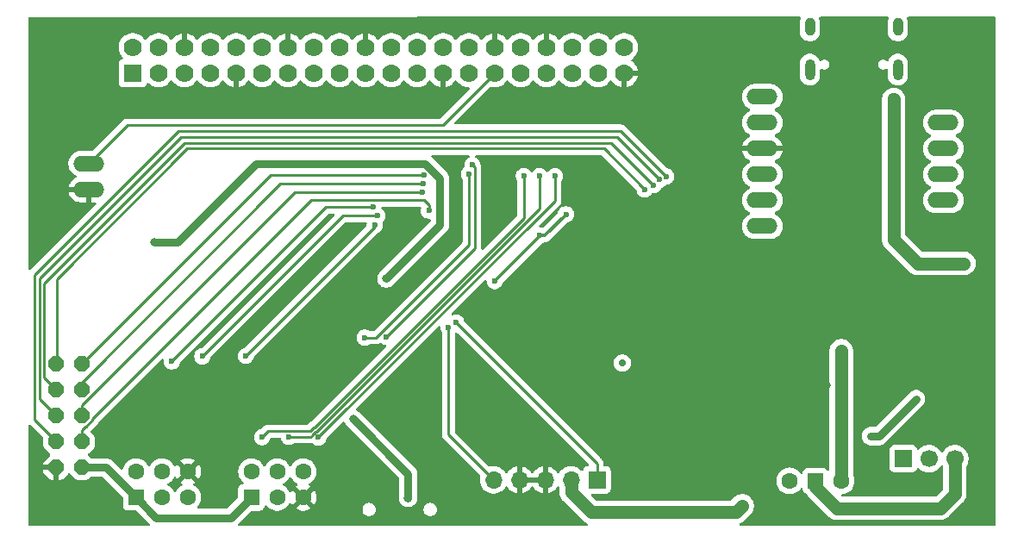
<source format=gbr>
%TF.GenerationSoftware,KiCad,Pcbnew,9.0.5*%
%TF.CreationDate,2025-10-27T17:08:41+05:30*%
%TF.ProjectId,cpm_vehicle_pcb,63706d5f-7665-4686-9963-6c655f706362,rev?*%
%TF.SameCoordinates,Original*%
%TF.FileFunction,Copper,L2,Bot*%
%TF.FilePolarity,Positive*%
%FSLAX46Y46*%
G04 Gerber Fmt 4.6, Leading zero omitted, Abs format (unit mm)*
G04 Created by KiCad (PCBNEW 9.0.5) date 2025-10-27 17:08:41*
%MOMM*%
%LPD*%
G01*
G04 APERTURE LIST*
G04 Aperture macros list*
%AMOutline5P*
0 Free polygon, 5 corners , with rotation*
0 The origin of the aperture is its center*
0 number of corners: always 5*
0 $1 to $10 corner X, Y*
0 $11 Rotation angle, in degrees counterclockwise*
0 create outline with 5 corners*
4,1,5,$1,$2,$3,$4,$5,$6,$7,$8,$9,$10,$1,$2,$11*%
%AMOutline6P*
0 Free polygon, 6 corners , with rotation*
0 The origin of the aperture is its center*
0 number of corners: always 6*
0 $1 to $12 corner X, Y*
0 $13 Rotation angle, in degrees counterclockwise*
0 create outline with 6 corners*
4,1,6,$1,$2,$3,$4,$5,$6,$7,$8,$9,$10,$11,$12,$1,$2,$13*%
%AMOutline7P*
0 Free polygon, 7 corners , with rotation*
0 The origin of the aperture is its center*
0 number of corners: always 7*
0 $1 to $14 corner X, Y*
0 $15 Rotation angle, in degrees counterclockwise*
0 create outline with 7 corners*
4,1,7,$1,$2,$3,$4,$5,$6,$7,$8,$9,$10,$11,$12,$13,$14,$1,$2,$15*%
%AMOutline8P*
0 Free polygon, 8 corners , with rotation*
0 The origin of the aperture is its center*
0 number of corners: always 8*
0 $1 to $16 corner X, Y*
0 $17 Rotation angle, in degrees counterclockwise*
0 create outline with 8 corners*
4,1,8,$1,$2,$3,$4,$5,$6,$7,$8,$9,$10,$11,$12,$13,$14,$15,$16,$1,$2,$17*%
G04 Aperture macros list end*
%TA.AperFunction,ComponentPad*%
%ADD10O,1.000000X1.800000*%
%TD*%
%TA.AperFunction,ComponentPad*%
%ADD11O,1.000000X2.100000*%
%TD*%
%TA.AperFunction,ComponentPad*%
%ADD12R,1.700000X1.700000*%
%TD*%
%TA.AperFunction,ComponentPad*%
%ADD13C,1.700000*%
%TD*%
%TA.AperFunction,ComponentPad*%
%ADD14O,3.048000X1.524000*%
%TD*%
%TA.AperFunction,ComponentPad*%
%ADD15O,1.700000X1.700000*%
%TD*%
%TA.AperFunction,ComponentPad*%
%ADD16R,1.500000X1.500000*%
%TD*%
%TA.AperFunction,ComponentPad*%
%ADD17C,1.600000*%
%TD*%
%TA.AperFunction,ComponentPad*%
%ADD18R,1.605000X1.605000*%
%TD*%
%TA.AperFunction,ComponentPad*%
%ADD19C,1.605000*%
%TD*%
%TA.AperFunction,ComponentPad*%
%ADD20Outline8P,-0.762000X0.315631X-0.315631X0.762000X0.315631X0.762000X0.762000X0.315631X0.762000X-0.315631X0.315631X-0.762000X-0.315631X-0.762000X-0.762000X-0.315631X90.000000*%
%TD*%
%TA.AperFunction,ComponentPad*%
%ADD21R,1.778000X1.778000*%
%TD*%
%TA.AperFunction,ComponentPad*%
%ADD22C,1.778000*%
%TD*%
%TA.AperFunction,ViaPad*%
%ADD23C,0.600000*%
%TD*%
%TA.AperFunction,ViaPad*%
%ADD24C,1.300000*%
%TD*%
%TA.AperFunction,ViaPad*%
%ADD25C,2.000000*%
%TD*%
%TA.AperFunction,ViaPad*%
%ADD26C,1.000000*%
%TD*%
%TA.AperFunction,ViaPad*%
%ADD27C,0.700000*%
%TD*%
%TA.AperFunction,ViaPad*%
%ADD28C,0.800000*%
%TD*%
%TA.AperFunction,Conductor*%
%ADD29C,0.800000*%
%TD*%
%TA.AperFunction,Conductor*%
%ADD30C,0.300000*%
%TD*%
%TA.AperFunction,Conductor*%
%ADD31C,0.254000*%
%TD*%
%TA.AperFunction,Conductor*%
%ADD32C,1.300000*%
%TD*%
G04 APERTURE END LIST*
D10*
%TO.P,J4,SH4,SHELL_GND*%
%TO.N,Net-(J4-SHELL_GND-PadSH1)*%
X168750000Y-43000000D03*
%TO.P,J4,SH3,SHELL_GND*%
X177390000Y-43000000D03*
D11*
%TO.P,J4,SH2,SHELL_GND*%
X168750000Y-47180000D03*
%TO.P,J4,SH1,SHELL_GND*%
X177390000Y-47180000D03*
%TD*%
D12*
%TO.P,J6,1,Pin_1*%
%TO.N,B-*%
X177920000Y-85400000D03*
D13*
%TO.P,J6,2,Pin_2*%
%TO.N,BB*%
X180460000Y-85400000D03*
%TO.P,J6,3,Pin_3*%
%TO.N,B+*%
X183000000Y-85400000D03*
%TD*%
D14*
%TO.P,R/W0,1,1*%
%TO.N,GND*%
X97950000Y-58950000D03*
%TO.P,R/W0,2,2*%
%TO.N,/MODE*%
X97950000Y-56410000D03*
%TD*%
D12*
%TO.P,J3,1,Pin_1*%
%TO.N,/PWM*%
X147842500Y-87475000D03*
D15*
%TO.P,J3,2,Pin_2*%
%TO.N,vcc_bat*%
X145302500Y-87475000D03*
%TO.P,J3,3,Pin_3*%
%TO.N,GND*%
X142762500Y-87475000D03*
%TO.P,J3,4,Pin_4*%
X140222500Y-87475000D03*
%TO.P,J3,5,Pin_5*%
%TO.N,/SERVO_PWM*%
X137682500Y-87475000D03*
%TD*%
D16*
%TO.P,SW2,1,B*%
%TO.N,B+*%
X169300000Y-87570000D03*
D17*
%TO.P,SW2,2,C*%
%TO.N,vcc_bat*%
X166760000Y-87570000D03*
%TO.P,SW2,3,A*%
%TO.N,+8.5V*%
X171840000Y-87570000D03*
%TD*%
D18*
%TO.P,J1,1,Pin_1*%
%TO.N,+5V*%
X102572500Y-89195000D03*
D19*
%TO.P,J1,2,Pin_2*%
%TO.N,/LED3_PIN*%
X102572500Y-86655000D03*
%TO.P,J1,3,Pin_3*%
%TO.N,/LED2_PIN*%
X105112500Y-89195000D03*
%TO.P,J1,4,Pin_4*%
%TO.N,/LED4_PIN*%
X105112500Y-86655000D03*
%TO.P,J1,5,Pin_5*%
%TO.N,/LED1_PIN*%
X107652500Y-89195000D03*
%TO.P,J1,6,Pin_6*%
%TO.N,GND*%
X107652500Y-86655000D03*
%TD*%
D14*
%TO.P,A1,1,VIN@1*%
%TO.N,+5V*%
X164090000Y-49850000D03*
%TO.P,A1,2,3VO@2*%
%TO.N,unconnected-(A1-3VO@2-Pad2)*%
X164090000Y-52390000D03*
%TO.P,A1,3,GND@3*%
%TO.N,GND*%
X164090000Y-54930000D03*
%TO.P,A1,4,SDA@4*%
%TO.N,/SDA*%
X164090000Y-57470000D03*
%TO.P,A1,5,SCL@5*%
%TO.N,/SCL*%
X164090000Y-60010000D03*
%TO.P,A1,6,RST@6*%
%TO.N,unconnected-(A1-RST@6-Pad6)*%
X164090000Y-62550000D03*
%TO.P,A1,7,ADR@7*%
%TO.N,unconnected-(A1-ADR@7-Pad7)*%
X181870000Y-60010000D03*
%TO.P,A1,8,INT@8*%
%TO.N,unconnected-(A1-INT@8-Pad8)*%
X181870000Y-57470000D03*
%TO.P,A1,9,PS1@9*%
%TO.N,unconnected-(A1-PS1@9-Pad9)*%
X181870000Y-54930000D03*
%TO.P,A1,10,PS0@10*%
%TO.N,unconnected-(A1-PS0@10-Pad10)*%
X181870000Y-52390000D03*
%TD*%
D20*
%TO.P,EXT_PINS0,1,1*%
%TO.N,+5V*%
X97260000Y-86260000D03*
%TO.P,EXT_PINS0,2,2*%
%TO.N,GND*%
X94720000Y-86260000D03*
%TO.P,EXT_PINS0,3,3*%
%TO.N,/ERW5*%
X97260000Y-83720000D03*
%TO.P,EXT_PINS0,4,4*%
%TO.N,/ERW1*%
X94720000Y-83720000D03*
%TO.P,EXT_PINS0,5,5*%
%TO.N,/ERW6*%
X97260000Y-81180000D03*
%TO.P,EXT_PINS0,6,6*%
%TO.N,/ERW2*%
X94720000Y-81180000D03*
%TO.P,EXT_PINS0,7,7*%
%TO.N,/ERW7*%
X97260000Y-78640000D03*
%TO.P,EXT_PINS0,8,8*%
%TO.N,/ERW3*%
X94720000Y-78640000D03*
%TO.P,EXT_PINS0,9,9*%
%TO.N,/ERW8*%
X97260000Y-76100000D03*
%TO.P,EXT_PINS0,10,10*%
%TO.N,/ERW4*%
X94720000Y-76100000D03*
%TD*%
D21*
%TO.P,IC2,1,3V3@1*%
%TO.N,+3V3*%
X102240000Y-47520000D03*
D22*
%TO.P,IC2,2,5V0@1*%
%TO.N,+5V*%
X102240000Y-44980000D03*
%TO.P,IC2,3,GPIO2/SDA1*%
%TO.N,unconnected-(IC2-GPIO2{slash}SDA1-Pad3)*%
X104780000Y-47520000D03*
%TO.P,IC2,4,5V0@2*%
%TO.N,+5V*%
X104780000Y-44980000D03*
%TO.P,IC2,5,GPIO3/SCL1*%
%TO.N,unconnected-(IC2-GPIO3{slash}SCL1-Pad5)*%
X107320000Y-47520000D03*
%TO.P,IC2,6,GND@8*%
%TO.N,GND*%
X107320000Y-44980000D03*
%TO.P,IC2,7,GPIO4/GCKL*%
%TO.N,unconnected-(IC2-GPIO4{slash}GCKL-Pad7)*%
X109860000Y-47520000D03*
%TO.P,IC2,8,TXD0/GPIO14*%
%TO.N,unconnected-(IC2-TXD0{slash}GPIO14-Pad8)*%
X109860000Y-44980000D03*
%TO.P,IC2,9,GND@1*%
%TO.N,GND*%
X112400000Y-47520000D03*
%TO.P,IC2,10,RXD0/GPIO15*%
%TO.N,unconnected-(IC2-RXD0{slash}GPIO15-Pad10)*%
X112400000Y-44980000D03*
%TO.P,IC2,11,GPIO17/GEN0*%
%TO.N,unconnected-(IC2-GPIO17{slash}GEN0-Pad11)*%
X114940000Y-47520000D03*
%TO.P,IC2,12,GPIO18*%
%TO.N,unconnected-(IC2-GPIO18-Pad12)*%
X114940000Y-44980000D03*
%TO.P,IC2,13,GPIO27/GEN2*%
%TO.N,unconnected-(IC2-GPIO27{slash}GEN2-Pad13)*%
X117480000Y-47520000D03*
%TO.P,IC2,14,GND@4*%
%TO.N,GND*%
X117480000Y-44980000D03*
%TO.P,IC2,15,GPIO22/GEN3*%
%TO.N,unconnected-(IC2-GPIO22{slash}GEN3-Pad15)*%
X120020000Y-47520000D03*
%TO.P,IC2,16,GEN4/GPIO23*%
%TO.N,unconnected-(IC2-GEN4{slash}GPIO23-Pad16)*%
X120020000Y-44980000D03*
%TO.P,IC2,17,3V3@2*%
%TO.N,unconnected-(IC2-3V3@2-Pad17)*%
X122560000Y-47520000D03*
%TO.P,IC2,18,GEN5/GPIO24*%
%TO.N,unconnected-(IC2-GEN5{slash}GPIO24-Pad18)*%
X122560000Y-44980000D03*
%TO.P,IC2,19,GPIO10/MOSI*%
%TO.N,/MOSI_PI*%
X125100000Y-47520000D03*
%TO.P,IC2,20,GND@5*%
%TO.N,GND*%
X125100000Y-44980000D03*
%TO.P,IC2,21,GPIO9/MISO*%
%TO.N,/MISO_PI*%
X127640000Y-47520000D03*
%TO.P,IC2,22,GEN/6GPIO25*%
%TO.N,unconnected-(IC2-GEN{slash}6GPIO25-Pad22)*%
X127640000Y-44980000D03*
%TO.P,IC2,23,GPIO11/SCLK*%
%TO.N,/SCK_PI*%
X130180000Y-47520000D03*
%TO.P,IC2,24,~{CE0}/GPIO8*%
%TO.N,/SS_PI*%
X130180000Y-44980000D03*
%TO.P,IC2,25,GND@2*%
%TO.N,GND*%
X132720000Y-47520000D03*
%TO.P,IC2,26,~{CE}/GPIO7*%
%TO.N,unconnected-(IC2-~{CE}{slash}GPIO7-Pad26)*%
X132720000Y-44980000D03*
%TO.P,IC2,27,ID_SD*%
%TO.N,unconnected-(IC2-ID_SD-Pad27)*%
X135260000Y-47520000D03*
%TO.P,IC2,28,ID_SC*%
%TO.N,unconnected-(IC2-ID_SC-Pad28)*%
X135260000Y-44980000D03*
%TO.P,IC2,29,GPIO5*%
%TO.N,/MODE*%
X137800000Y-47520000D03*
%TO.P,IC2,30,GND@6*%
%TO.N,GND*%
X137800000Y-44980000D03*
%TO.P,IC2,31,GPIO6*%
%TO.N,unconnected-(IC2-GPIO6-Pad31)*%
X140340000Y-47520000D03*
%TO.P,IC2,32,GPIO12*%
%TO.N,unconnected-(IC2-GPIO12-Pad32)*%
X140340000Y-44980000D03*
%TO.P,IC2,33,GPIO13*%
%TO.N,unconnected-(IC2-GPIO13-Pad33)*%
X142880000Y-47520000D03*
%TO.P,IC2,34,GND@7*%
%TO.N,GND*%
X142880000Y-44980000D03*
%TO.P,IC2,35,GPIO19*%
%TO.N,unconnected-(IC2-GPIO19-Pad35)*%
X145420000Y-47520000D03*
%TO.P,IC2,36,GPIO16*%
%TO.N,unconnected-(IC2-GPIO16-Pad36)*%
X145420000Y-44980000D03*
%TO.P,IC2,37,GPIO26*%
%TO.N,unconnected-(IC2-GPIO26-Pad37)*%
X147960000Y-47520000D03*
%TO.P,IC2,38,GPIO20*%
%TO.N,unconnected-(IC2-GPIO20-Pad38)*%
X147960000Y-44980000D03*
%TO.P,IC2,39,GND@3*%
%TO.N,GND*%
X150500000Y-47520000D03*
%TO.P,IC2,40,GPIO21*%
%TO.N,unconnected-(IC2-GPIO21-Pad40)*%
X150500000Y-44980000D03*
%TD*%
D18*
%TO.P,J2,1,Pin_1*%
%TO.N,+5V*%
X113902500Y-89205000D03*
D19*
%TO.P,J2,2,Pin_2*%
%TO.N,/SENSOR3*%
X113902500Y-86665000D03*
%TO.P,J2,3,Pin_3*%
%TO.N,unconnected-(J2-Pin_3-Pad3)*%
X116442500Y-89205000D03*
%TO.P,J2,4,Pin_4*%
%TO.N,/SENSOR2*%
X116442500Y-86665000D03*
%TO.P,J2,5,Pin_5*%
%TO.N,GND*%
X118982500Y-89205000D03*
%TO.P,J2,6,Pin_6*%
%TO.N,/SENSOR1*%
X118982500Y-86665000D03*
%TD*%
D23*
%TO.N,GND*%
X119620000Y-66310000D03*
D24*
X141540000Y-72810000D03*
D25*
X168130000Y-84130000D03*
X118390000Y-78010000D03*
D24*
X145450000Y-65770000D03*
D25*
X152280000Y-84510000D03*
D26*
X170300000Y-78180000D03*
D23*
%TO.N,+5V*%
X137800000Y-67950000D03*
X144790000Y-61390000D03*
X142180000Y-63490000D03*
D27*
X150330000Y-76000000D03*
D28*
X123915000Y-81515000D03*
X129290000Y-89260000D03*
D23*
%TO.N,Net-(U8-VC)*%
X174730000Y-83180000D03*
X179180000Y-79540000D03*
%TO.N,/ERW4*%
X152523522Y-58933679D03*
%TO.N,/ERW8*%
X130880000Y-57560000D03*
%TO.N,/ERW7*%
X130740000Y-58400000D03*
%TO.N,/ERW6*%
X130730000Y-59200000D03*
%TO.N,/ERW1*%
X154650135Y-57669182D03*
%TO.N,/ERW2*%
X153970000Y-57990000D03*
%TO.N,/ERW3*%
X153400000Y-58520000D03*
%TO.N,/ERW5*%
X131330000Y-61030000D03*
%TO.N,/SENSOR3*%
X140670000Y-57610000D03*
X114940000Y-83280000D03*
%TO.N,/TX0*%
X125040000Y-73510000D03*
X135270000Y-57430000D03*
%TO.N,/SENSOR1*%
X120465000Y-83305000D03*
X143730000Y-57620000D03*
%TO.N,/RX0*%
X127150000Y-73410000D03*
X135600000Y-56540000D03*
%TO.N,/SENSOR2*%
X142200000Y-57650000D03*
X117560000Y-83260000D03*
%TO.N,/PWM*%
X134010000Y-72030000D03*
D28*
%TO.N,+3V3*%
X104350000Y-64150000D03*
X127160000Y-67700000D03*
D23*
%TO.N,/SERVO_PWM*%
X133260000Y-72490000D03*
%TO.N,/R12*%
X106070000Y-75850000D03*
X125860000Y-60670000D03*
%TO.N,/R13*%
X126260000Y-61530000D03*
X109070000Y-75350000D03*
%TO.N,/R14*%
X113340000Y-75310000D03*
X126030000Y-62460000D03*
D26*
%TO.N,vcc_bat*%
X162111400Y-90021400D03*
%TO.N,+8.5V*%
X171840000Y-74790000D03*
%TO.N,Net-(U4-SW)*%
X183890000Y-66220000D03*
D24*
X176990000Y-50110000D03*
D28*
X176990000Y-63860000D03*
%TD*%
D29*
%TO.N,+5V*%
X99637500Y-86260000D02*
X102572500Y-89195000D01*
X111922500Y-91185000D02*
X113902500Y-89205000D01*
D30*
X142180000Y-63570000D02*
X142180000Y-63490000D01*
D29*
X102572500Y-89195000D02*
X104562500Y-91185000D01*
D30*
X144790000Y-61390000D02*
X142690000Y-63490000D01*
D29*
X129290000Y-86890000D02*
X129290000Y-89260000D01*
D30*
X137800000Y-67950000D02*
X142180000Y-63570000D01*
D29*
X99637500Y-86260000D02*
X97260000Y-86260000D01*
X104562500Y-91185000D02*
X111922500Y-91185000D01*
X123915000Y-81515000D02*
X129290000Y-86890000D01*
D30*
X142690000Y-63490000D02*
X142180000Y-63490000D01*
D29*
%TO.N,Net-(U8-VC)*%
X175540000Y-83180000D02*
X174730000Y-83180000D01*
X179180000Y-79540000D02*
X175540000Y-83180000D01*
D31*
%TO.N,/ERW4*%
X107570000Y-54940000D02*
X94770000Y-67740000D01*
X152523522Y-58933679D02*
X148529843Y-54940000D01*
X94770000Y-67740000D02*
X94770000Y-76050000D01*
X94770000Y-76050000D02*
X94720000Y-76100000D01*
X148529843Y-54940000D02*
X107570000Y-54940000D01*
%TO.N,/ERW8*%
X115800000Y-57560000D02*
X97260000Y-76100000D01*
X130880000Y-57560000D02*
X115800000Y-57560000D01*
%TO.N,/ERW7*%
X130740000Y-58400000D02*
X116760000Y-58400000D01*
X116760000Y-58400000D02*
X97260000Y-77900000D01*
X97260000Y-77900000D02*
X97260000Y-78640000D01*
%TO.N,/ERW6*%
X97260000Y-80120000D02*
X97260000Y-81180000D01*
X130730000Y-59200000D02*
X118180000Y-59200000D01*
X118180000Y-59200000D02*
X97260000Y-80120000D01*
%TO.N,/ERW1*%
X92610000Y-81610000D02*
X94720000Y-83720000D01*
X150180953Y-53200000D02*
X106740000Y-53200000D01*
X106740000Y-53200000D02*
X92610000Y-67330000D01*
X154650135Y-57669182D02*
X150180953Y-53200000D01*
X92610000Y-67330000D02*
X92610000Y-81610000D01*
%TO.N,/ERW2*%
X149790000Y-53810000D02*
X106990000Y-53810000D01*
X93070000Y-79530000D02*
X94720000Y-81180000D01*
X153970000Y-57990000D02*
X149790000Y-53810000D01*
X106990000Y-53810000D02*
X93070000Y-67730000D01*
X93070000Y-67730000D02*
X93070000Y-79530000D01*
%TO.N,/ERW3*%
X153400000Y-58520000D02*
X149270000Y-54390000D01*
X93527000Y-68223000D02*
X93527000Y-77447000D01*
X107360000Y-54390000D02*
X93527000Y-68223000D01*
X93527000Y-77447000D02*
X94720000Y-78640000D01*
X149270000Y-54390000D02*
X107360000Y-54390000D01*
%TO.N,/ERW5*%
X98302000Y-81611612D02*
X97691612Y-82222000D01*
X119810000Y-60000000D02*
X98302000Y-81508000D01*
X97260000Y-82550000D02*
X97260000Y-83720000D01*
X97691612Y-82222000D02*
X97588000Y-82222000D01*
X131330000Y-60480000D02*
X130850000Y-60000000D01*
X98302000Y-81508000D02*
X98302000Y-81611612D01*
X131330000Y-61030000D02*
X131330000Y-60480000D01*
X97588000Y-82222000D02*
X97260000Y-82550000D01*
X130850000Y-60000000D02*
X119810000Y-60000000D01*
%TO.N,/SENSOR3*%
X117810244Y-82690000D02*
X117800244Y-82680000D01*
X119684171Y-82690000D02*
X117810244Y-82690000D01*
X117309756Y-82690000D02*
X115530000Y-82690000D01*
X115530000Y-82690000D02*
X114940000Y-83280000D01*
X140670000Y-61730000D02*
X120082000Y-82318000D01*
X140670000Y-57610000D02*
X140670000Y-61730000D01*
X117319756Y-82680000D02*
X117309756Y-82690000D01*
X120082000Y-82318000D02*
X120056171Y-82318000D01*
X120056171Y-82318000D02*
X119684171Y-82690000D01*
X117800244Y-82680000D02*
X117319756Y-82680000D01*
%TO.N,/TX0*%
X135270000Y-57430000D02*
X135270000Y-64400000D01*
X126160000Y-73510000D02*
X125040000Y-73510000D01*
X135270000Y-64400000D02*
X126160000Y-73510000D01*
%TO.N,/SENSOR1*%
X143730000Y-57620000D02*
X143730000Y-60040000D01*
X143730000Y-60040000D02*
X120465000Y-83305000D01*
%TO.N,/RX0*%
X135600000Y-56540000D02*
X135850000Y-56790000D01*
X135850000Y-56790000D02*
X135850000Y-64710000D01*
X135850000Y-64710000D02*
X127150000Y-73410000D01*
%TO.N,/SENSOR2*%
X142200000Y-57650000D02*
X142200000Y-60810000D01*
X119885000Y-83064756D02*
X119885000Y-83125000D01*
X119885000Y-83125000D02*
X119750000Y-83260000D01*
X120224756Y-82725000D02*
X119885000Y-83064756D01*
X119750000Y-83260000D02*
X117560000Y-83260000D01*
X142200000Y-60810000D02*
X120285000Y-82725000D01*
X120285000Y-82725000D02*
X120224756Y-82725000D01*
%TO.N,/PWM*%
X147842500Y-85862500D02*
X147842500Y-87475000D01*
X134010000Y-72030000D02*
X147842500Y-85862500D01*
%TO.N,/MODE*%
X137800000Y-47520000D02*
X132700000Y-52620000D01*
X132700000Y-52620000D02*
X101740000Y-52620000D01*
X101740000Y-52620000D02*
X97950000Y-56410000D01*
D29*
%TO.N,+3V3*%
X130520000Y-56420000D02*
X130946325Y-56420000D01*
X106630000Y-64150000D02*
X114390000Y-56390000D01*
X104350000Y-64150000D02*
X106630000Y-64150000D01*
X130490000Y-56390000D02*
X130520000Y-56420000D01*
X132410000Y-62450000D02*
X127160000Y-67700000D01*
X132410000Y-57883675D02*
X132410000Y-62450000D01*
X130946325Y-56420000D02*
X132410000Y-57883675D01*
X114390000Y-56390000D02*
X130490000Y-56390000D01*
D31*
%TO.N,/SERVO_PWM*%
X133260000Y-83052500D02*
X137682500Y-87475000D01*
X133260000Y-72490000D02*
X133260000Y-83052500D01*
%TO.N,/R12*%
X106070000Y-75850000D02*
X121250000Y-60670000D01*
X121250000Y-60670000D02*
X125860000Y-60670000D01*
%TO.N,/R13*%
X122890000Y-61530000D02*
X126260000Y-61530000D01*
X109070000Y-75350000D02*
X122890000Y-61530000D01*
%TO.N,/R14*%
X126030000Y-62620000D02*
X126030000Y-62460000D01*
X113340000Y-75310000D02*
X126030000Y-62620000D01*
D32*
%TO.N,vcc_bat*%
X145302500Y-88677081D02*
X145302500Y-87475000D01*
X162111400Y-90021400D02*
X161472800Y-90660000D01*
X147285419Y-90660000D02*
X145302500Y-88677081D01*
X161472800Y-90660000D02*
X147285419Y-90660000D01*
%TO.N,+8.5V*%
X171840000Y-74790000D02*
X171840000Y-87570000D01*
%TO.N,B+*%
X181570000Y-90270000D02*
X171430000Y-90270000D01*
X183000000Y-88840000D02*
X181570000Y-90270000D01*
X169300000Y-88140000D02*
X169300000Y-87570000D01*
X183000000Y-85400000D02*
X183000000Y-88840000D01*
X171430000Y-90270000D02*
X169300000Y-88140000D01*
%TO.N,Net-(U4-SW)*%
X179350000Y-66220000D02*
X176990000Y-63860000D01*
X176990000Y-63860000D02*
X176990000Y-50110000D01*
X183890000Y-66220000D02*
X179350000Y-66220000D01*
D29*
X176990000Y-63860000D02*
X177170000Y-63680000D01*
%TD*%
%TA.AperFunction,Conductor*%
%TO.N,GND*%
G36*
X92205203Y-82093068D02*
G01*
X92211681Y-82099100D01*
X93421181Y-83308600D01*
X93454666Y-83369923D01*
X93457500Y-83396281D01*
X93457500Y-84076601D01*
X93461130Y-84105500D01*
X93468060Y-84160681D01*
X93490873Y-84215757D01*
X93523136Y-84293646D01*
X93523137Y-84293647D01*
X93575121Y-84360566D01*
X93575127Y-84360572D01*
X94079436Y-84864882D01*
X94079451Y-84864895D01*
X94114847Y-84892390D01*
X94155715Y-84949060D01*
X94159457Y-85018830D01*
X94124885Y-85079547D01*
X94114852Y-85088241D01*
X94079768Y-85115496D01*
X94079759Y-85115503D01*
X93575503Y-85619759D01*
X93575492Y-85619772D01*
X93523570Y-85686610D01*
X93523570Y-85686611D01*
X93468549Y-85819444D01*
X93458000Y-85903427D01*
X93458000Y-86010000D01*
X94277749Y-86010000D01*
X94246619Y-86063919D01*
X94212000Y-86193120D01*
X94212000Y-86326880D01*
X94246619Y-86456081D01*
X94277749Y-86510000D01*
X93458000Y-86510000D01*
X93458000Y-86616574D01*
X93468549Y-86700556D01*
X93523570Y-86833389D01*
X93575492Y-86900227D01*
X93575503Y-86900240D01*
X94079759Y-87404496D01*
X94079772Y-87404507D01*
X94146610Y-87456429D01*
X94279444Y-87511450D01*
X94363427Y-87521999D01*
X94363434Y-87522000D01*
X94470000Y-87522000D01*
X94470000Y-86702251D01*
X94523919Y-86733381D01*
X94653120Y-86768000D01*
X94786880Y-86768000D01*
X94916081Y-86733381D01*
X94970000Y-86702251D01*
X94970000Y-87522000D01*
X95076573Y-87522000D01*
X95076574Y-87521999D01*
X95160556Y-87511450D01*
X95293389Y-87456429D01*
X95360227Y-87404507D01*
X95360240Y-87404496D01*
X95864496Y-86900240D01*
X95864503Y-86900232D01*
X95891755Y-86865150D01*
X95948426Y-86824282D01*
X96018196Y-86820541D01*
X96078912Y-86855114D01*
X96087606Y-86865147D01*
X96114868Y-86900240D01*
X96115121Y-86900566D01*
X96115127Y-86900572D01*
X96619436Y-87404882D01*
X96619446Y-87404891D01*
X96686351Y-87456863D01*
X96686352Y-87456863D01*
X96686353Y-87456864D01*
X96819319Y-87511940D01*
X96903392Y-87522500D01*
X97616606Y-87522499D01*
X97700681Y-87511940D01*
X97833647Y-87456863D01*
X97900566Y-87404879D01*
X98108626Y-87196819D01*
X98169949Y-87163334D01*
X98196307Y-87160500D01*
X99213138Y-87160500D01*
X99280177Y-87180185D01*
X99300819Y-87196819D01*
X101233181Y-89129181D01*
X101266666Y-89190504D01*
X101269500Y-89216862D01*
X101269500Y-90045370D01*
X101269501Y-90045376D01*
X101275908Y-90104983D01*
X101326202Y-90239828D01*
X101326206Y-90239835D01*
X101412452Y-90355044D01*
X101412455Y-90355047D01*
X101527664Y-90441293D01*
X101527671Y-90441297D01*
X101662517Y-90491591D01*
X101662516Y-90491591D01*
X101669444Y-90492335D01*
X101722127Y-90498000D01*
X102550637Y-90497999D01*
X102617676Y-90517683D01*
X102638318Y-90534318D01*
X103896103Y-91792103D01*
X103929588Y-91853426D01*
X103924604Y-91923118D01*
X103882732Y-91979051D01*
X103817268Y-92003468D01*
X103808487Y-92003784D01*
X92124065Y-92009934D01*
X92057015Y-91990285D01*
X92011233Y-91937505D01*
X92000000Y-91885934D01*
X92000000Y-82186781D01*
X92019685Y-82119742D01*
X92072489Y-82073987D01*
X92141647Y-82064043D01*
X92205203Y-82093068D01*
G37*
%TD.AperFunction*%
%TA.AperFunction,Conductor*%
G36*
X135299664Y-55587185D02*
G01*
X135345419Y-55639989D01*
X135355363Y-55709147D01*
X135326338Y-55772703D01*
X135280077Y-55806061D01*
X135220827Y-55830602D01*
X135220814Y-55830609D01*
X135089711Y-55918210D01*
X135089707Y-55918213D01*
X134978213Y-56029707D01*
X134978210Y-56029711D01*
X134890609Y-56160814D01*
X134890602Y-56160827D01*
X134830264Y-56306498D01*
X134830261Y-56306510D01*
X134799500Y-56461153D01*
X134799500Y-56618846D01*
X134811916Y-56681266D01*
X134805689Y-56750858D01*
X134764268Y-56804176D01*
X134764413Y-56804353D01*
X134763636Y-56804989D01*
X134762825Y-56806035D01*
X134759819Y-56808121D01*
X134759704Y-56808217D01*
X134648213Y-56919707D01*
X134648210Y-56919711D01*
X134560609Y-57050814D01*
X134560602Y-57050827D01*
X134500264Y-57196498D01*
X134500261Y-57196510D01*
X134469500Y-57351153D01*
X134469500Y-57508846D01*
X134500261Y-57663489D01*
X134500264Y-57663501D01*
X134560603Y-57809174D01*
X134560604Y-57809175D01*
X134560606Y-57809179D01*
X134601673Y-57870639D01*
X134621602Y-57900465D01*
X134642480Y-57967142D01*
X134642500Y-57969356D01*
X134642500Y-64088719D01*
X134622815Y-64155758D01*
X134606181Y-64176400D01*
X125936400Y-72846181D01*
X125875077Y-72879666D01*
X125848719Y-72882500D01*
X125579357Y-72882500D01*
X125512318Y-72862815D01*
X125510466Y-72861602D01*
X125419185Y-72800609D01*
X125419172Y-72800602D01*
X125273501Y-72740264D01*
X125273489Y-72740261D01*
X125118845Y-72709500D01*
X125118842Y-72709500D01*
X124961158Y-72709500D01*
X124961155Y-72709500D01*
X124806510Y-72740261D01*
X124806498Y-72740264D01*
X124660827Y-72800602D01*
X124660814Y-72800609D01*
X124529711Y-72888210D01*
X124529707Y-72888213D01*
X124418213Y-72999707D01*
X124418210Y-72999711D01*
X124330609Y-73130814D01*
X124330602Y-73130827D01*
X124270264Y-73276498D01*
X124270261Y-73276510D01*
X124239500Y-73431153D01*
X124239500Y-73588846D01*
X124270261Y-73743489D01*
X124270264Y-73743501D01*
X124330602Y-73889172D01*
X124330609Y-73889185D01*
X124418210Y-74020288D01*
X124418213Y-74020292D01*
X124529707Y-74131786D01*
X124529711Y-74131789D01*
X124660814Y-74219390D01*
X124660827Y-74219397D01*
X124700764Y-74235939D01*
X124806503Y-74279737D01*
X124961153Y-74310499D01*
X124961156Y-74310500D01*
X124961158Y-74310500D01*
X125118844Y-74310500D01*
X125118845Y-74310499D01*
X125273497Y-74279737D01*
X125419179Y-74219394D01*
X125510466Y-74158398D01*
X125577143Y-74137520D01*
X125579357Y-74137500D01*
X126221804Y-74137500D01*
X126221805Y-74137499D01*
X126343035Y-74113386D01*
X126423784Y-74079937D01*
X126457233Y-74066083D01*
X126509395Y-74031228D01*
X126513731Y-74028811D01*
X126543141Y-74022135D01*
X126571917Y-74013125D01*
X126576863Y-74014481D01*
X126581867Y-74013346D01*
X126610218Y-74023631D01*
X126639298Y-74031608D01*
X126643024Y-74034003D01*
X126770814Y-74119390D01*
X126770827Y-74119397D01*
X126916498Y-74179735D01*
X126916503Y-74179737D01*
X126987897Y-74193938D01*
X127036237Y-74203554D01*
X127098148Y-74235939D01*
X127132722Y-74296654D01*
X127128983Y-74366424D01*
X127099727Y-74412852D01*
X119742638Y-81769941D01*
X119723849Y-81785362D01*
X119656159Y-81830591D01*
X119460571Y-82026181D01*
X119399248Y-82059666D01*
X119372890Y-82062500D01*
X117924536Y-82062500D01*
X117900346Y-82060118D01*
X117898074Y-82059666D01*
X117862047Y-82052500D01*
X117257953Y-82052500D01*
X117257952Y-82052500D01*
X117219661Y-82060117D01*
X117195468Y-82062500D01*
X115468192Y-82062500D01*
X115346972Y-82086612D01*
X115346964Y-82086614D01*
X115266215Y-82120062D01*
X115232767Y-82133916D01*
X115182215Y-82167695D01*
X115129989Y-82202590D01*
X114877672Y-82454907D01*
X114816349Y-82488392D01*
X114814183Y-82488843D01*
X114706508Y-82510261D01*
X114706498Y-82510264D01*
X114560827Y-82570602D01*
X114560814Y-82570609D01*
X114429711Y-82658210D01*
X114429707Y-82658213D01*
X114318213Y-82769707D01*
X114318210Y-82769711D01*
X114230609Y-82900814D01*
X114230602Y-82900827D01*
X114170264Y-83046498D01*
X114170261Y-83046510D01*
X114139500Y-83201153D01*
X114139500Y-83358846D01*
X114170261Y-83513489D01*
X114170264Y-83513501D01*
X114230602Y-83659172D01*
X114230609Y-83659185D01*
X114318210Y-83790288D01*
X114318213Y-83790292D01*
X114429707Y-83901786D01*
X114429711Y-83901789D01*
X114560814Y-83989390D01*
X114560827Y-83989397D01*
X114697230Y-84045896D01*
X114706503Y-84049737D01*
X114832176Y-84074735D01*
X114861153Y-84080499D01*
X114861156Y-84080500D01*
X114861158Y-84080500D01*
X115018844Y-84080500D01*
X115018845Y-84080499D01*
X115173497Y-84049737D01*
X115319179Y-83989394D01*
X115450289Y-83901789D01*
X115561789Y-83790289D01*
X115649394Y-83659179D01*
X115709737Y-83513497D01*
X115726183Y-83430817D01*
X115728870Y-83417309D01*
X115761254Y-83355398D01*
X115821970Y-83320824D01*
X115850487Y-83317500D01*
X116653491Y-83317500D01*
X116720530Y-83337185D01*
X116766285Y-83389989D01*
X116775108Y-83417309D01*
X116790261Y-83493489D01*
X116790264Y-83493501D01*
X116850602Y-83639172D01*
X116850609Y-83639185D01*
X116938210Y-83770288D01*
X116938213Y-83770292D01*
X117049707Y-83881786D01*
X117049711Y-83881789D01*
X117180814Y-83969390D01*
X117180827Y-83969397D01*
X117326498Y-84029735D01*
X117326503Y-84029737D01*
X117458073Y-84055908D01*
X117481153Y-84060499D01*
X117481156Y-84060500D01*
X117481158Y-84060500D01*
X117638844Y-84060500D01*
X117638845Y-84060499D01*
X117793497Y-84029737D01*
X117906166Y-83983067D01*
X117939172Y-83969397D01*
X117939172Y-83969396D01*
X117939179Y-83969394D01*
X118030466Y-83908398D01*
X118097143Y-83887520D01*
X118099357Y-83887500D01*
X119811802Y-83887500D01*
X119811803Y-83887500D01*
X119833222Y-83883239D01*
X119902812Y-83889465D01*
X119945096Y-83917175D01*
X119954707Y-83926786D01*
X119954711Y-83926789D01*
X120085814Y-84014390D01*
X120085827Y-84014397D01*
X120231498Y-84074735D01*
X120231503Y-84074737D01*
X120386153Y-84105499D01*
X120386156Y-84105500D01*
X120386158Y-84105500D01*
X120543844Y-84105500D01*
X120543845Y-84105499D01*
X120698497Y-84074737D01*
X120844179Y-84014394D01*
X120975289Y-83926789D01*
X121086789Y-83815289D01*
X121174394Y-83684179D01*
X121234737Y-83538497D01*
X121256156Y-83430812D01*
X121288539Y-83368906D01*
X121290035Y-83367382D01*
X122868281Y-81789136D01*
X122892497Y-81775913D01*
X122914912Y-81759810D01*
X122922731Y-81759404D01*
X122929602Y-81755653D01*
X122957129Y-81757621D01*
X122984688Y-81756193D01*
X122991483Y-81760078D01*
X122999294Y-81760637D01*
X123021386Y-81777175D01*
X123045343Y-81790873D01*
X123050772Y-81799174D01*
X123055227Y-81802509D01*
X123065936Y-81819537D01*
X123068442Y-81824348D01*
X123116987Y-81941547D01*
X123169921Y-82020768D01*
X123191124Y-82052500D01*
X123215537Y-82089038D01*
X123215538Y-82089039D01*
X128353181Y-87226681D01*
X128386666Y-87288004D01*
X128389500Y-87314362D01*
X128389500Y-89348695D01*
X128424103Y-89522658D01*
X128424106Y-89522667D01*
X128491983Y-89686540D01*
X128491990Y-89686553D01*
X128590535Y-89834034D01*
X128590538Y-89834038D01*
X128715961Y-89959461D01*
X128715965Y-89959464D01*
X128863446Y-90058009D01*
X128863459Y-90058016D01*
X128976850Y-90104983D01*
X129027334Y-90125894D01*
X129027336Y-90125894D01*
X129027341Y-90125896D01*
X129201304Y-90160499D01*
X129201307Y-90160500D01*
X129201309Y-90160500D01*
X129378693Y-90160500D01*
X129378694Y-90160499D01*
X129467408Y-90142853D01*
X129552658Y-90125896D01*
X129552661Y-90125894D01*
X129552666Y-90125894D01*
X129716547Y-90058013D01*
X129864035Y-89959464D01*
X129989464Y-89834035D01*
X130088013Y-89686547D01*
X130155894Y-89522666D01*
X130190500Y-89348691D01*
X130190500Y-86801309D01*
X130185566Y-86776502D01*
X130184696Y-86772126D01*
X130184696Y-86772125D01*
X130155896Y-86627341D01*
X130155895Y-86627334D01*
X130099975Y-86492331D01*
X130088014Y-86463455D01*
X130088009Y-86463446D01*
X129989464Y-86315964D01*
X129989461Y-86315960D01*
X124489035Y-80815535D01*
X124489030Y-80815531D01*
X124435042Y-80779458D01*
X124435032Y-80779452D01*
X124429959Y-80776063D01*
X124341547Y-80716987D01*
X124242795Y-80676083D01*
X124237178Y-80673756D01*
X124237170Y-80673752D01*
X124229363Y-80670518D01*
X124174961Y-80626676D01*
X124152899Y-80560381D01*
X124170180Y-80492682D01*
X124189135Y-80468282D01*
X132247819Y-72409599D01*
X132309142Y-72376114D01*
X132378834Y-72381098D01*
X132434767Y-72422970D01*
X132459184Y-72488434D01*
X132459500Y-72497280D01*
X132459500Y-72568846D01*
X132490261Y-72723489D01*
X132490264Y-72723501D01*
X132550603Y-72869174D01*
X132550604Y-72869175D01*
X132550606Y-72869179D01*
X132611602Y-72960465D01*
X132632480Y-73027142D01*
X132632500Y-73029356D01*
X132632500Y-83114307D01*
X132656612Y-83235527D01*
X132656615Y-83235539D01*
X132675481Y-83281084D01*
X132703915Y-83349729D01*
X132703920Y-83349738D01*
X132754764Y-83425831D01*
X132754765Y-83425832D01*
X132772590Y-83452510D01*
X132772591Y-83452511D01*
X136339377Y-87019296D01*
X136372862Y-87080619D01*
X136369628Y-87145293D01*
X136365254Y-87158755D01*
X136332000Y-87368713D01*
X136332000Y-87581286D01*
X136363381Y-87779422D01*
X136365254Y-87791243D01*
X136419666Y-87958706D01*
X136430944Y-87993414D01*
X136527451Y-88182820D01*
X136652390Y-88354786D01*
X136802713Y-88505109D01*
X136974679Y-88630048D01*
X136974681Y-88630049D01*
X136974684Y-88630051D01*
X137164088Y-88726557D01*
X137366257Y-88792246D01*
X137576213Y-88825500D01*
X137576214Y-88825500D01*
X137788786Y-88825500D01*
X137788787Y-88825500D01*
X137998743Y-88792246D01*
X138200912Y-88726557D01*
X138390316Y-88630051D01*
X138476638Y-88567335D01*
X138562286Y-88505109D01*
X138562288Y-88505106D01*
X138562292Y-88505104D01*
X138712604Y-88354792D01*
X138712606Y-88354788D01*
X138712609Y-88354786D01*
X138787570Y-88251610D01*
X138837551Y-88182816D01*
X138842293Y-88173508D01*
X138890263Y-88122711D01*
X138958083Y-88105911D01*
X139024219Y-88128445D01*
X139063263Y-88173500D01*
X139067877Y-88182555D01*
X139192772Y-88354459D01*
X139192776Y-88354464D01*
X139343035Y-88504723D01*
X139343040Y-88504727D01*
X139514942Y-88629620D01*
X139704282Y-88726095D01*
X139906371Y-88791757D01*
X139972500Y-88802231D01*
X139972500Y-87908012D01*
X140029507Y-87940925D01*
X140156674Y-87975000D01*
X140288326Y-87975000D01*
X140415493Y-87940925D01*
X140472500Y-87908012D01*
X140472500Y-88802230D01*
X140538626Y-88791757D01*
X140538629Y-88791757D01*
X140740717Y-88726095D01*
X140930057Y-88629620D01*
X141101959Y-88504727D01*
X141101964Y-88504723D01*
X141252223Y-88354464D01*
X141252227Y-88354459D01*
X141377120Y-88182558D01*
X141382014Y-88172954D01*
X141429988Y-88122157D01*
X141497808Y-88105361D01*
X141563944Y-88127897D01*
X141602986Y-88172954D01*
X141607879Y-88182558D01*
X141732772Y-88354459D01*
X141732776Y-88354464D01*
X141883035Y-88504723D01*
X141883040Y-88504727D01*
X142054942Y-88629620D01*
X142244282Y-88726095D01*
X142446371Y-88791757D01*
X142512500Y-88802231D01*
X142512500Y-87908012D01*
X142569507Y-87940925D01*
X142696674Y-87975000D01*
X142828326Y-87975000D01*
X142955493Y-87940925D01*
X143012500Y-87908012D01*
X143012500Y-88802230D01*
X143078626Y-88791757D01*
X143078629Y-88791757D01*
X143280717Y-88726095D01*
X143470057Y-88629620D01*
X143641959Y-88504727D01*
X143641964Y-88504723D01*
X143792223Y-88354464D01*
X143792227Y-88354459D01*
X143917122Y-88182556D01*
X143917514Y-88181787D01*
X143917741Y-88181546D01*
X143919668Y-88178402D01*
X143920328Y-88178806D01*
X143965486Y-88130990D01*
X144033307Y-88114193D01*
X144099443Y-88136728D01*
X144142896Y-88191442D01*
X144152000Y-88238079D01*
X144152000Y-88582119D01*
X144151999Y-88582134D01*
X144151999Y-88586535D01*
X144151999Y-88767627D01*
X144169244Y-88876503D01*
X144173434Y-88902956D01*
X144173434Y-88902957D01*
X144180329Y-88946490D01*
X144180329Y-88946493D01*
X144236287Y-89118717D01*
X144236288Y-89118720D01*
X144286295Y-89216862D01*
X144316139Y-89275434D01*
X144318506Y-89280078D01*
X144424940Y-89426574D01*
X144424944Y-89426578D01*
X144424947Y-89426582D01*
X144498479Y-89500114D01*
X144557329Y-89558964D01*
X144557340Y-89558974D01*
X146404740Y-91406374D01*
X146404754Y-91406389D01*
X146407865Y-91409500D01*
X146407866Y-91409501D01*
X146535918Y-91537553D01*
X146535921Y-91537555D01*
X146535924Y-91537558D01*
X146590866Y-91577474D01*
X146637763Y-91611547D01*
X146682425Y-91643996D01*
X146761564Y-91684319D01*
X146843779Y-91726211D01*
X146843785Y-91726213D01*
X146883762Y-91739202D01*
X146941438Y-91778638D01*
X146968637Y-91842997D01*
X146956723Y-91911843D01*
X146909480Y-91963319D01*
X146845510Y-91981133D01*
X112681312Y-91999114D01*
X112614262Y-91979465D01*
X112568480Y-91926685D01*
X112558500Y-91857532D01*
X112587491Y-91793961D01*
X112593553Y-91787446D01*
X113836681Y-90544317D01*
X113898004Y-90510833D01*
X113924362Y-90507999D01*
X114752871Y-90507999D01*
X114752872Y-90507999D01*
X114812483Y-90501591D01*
X114947331Y-90451296D01*
X115062546Y-90365046D01*
X115148796Y-90249831D01*
X115199091Y-90114983D01*
X115202574Y-90082580D01*
X115229311Y-90018034D01*
X115286702Y-89978185D01*
X115356528Y-89975690D01*
X115416617Y-90011342D01*
X115426181Y-90022954D01*
X115448621Y-90053840D01*
X115448625Y-90053845D01*
X115593654Y-90198874D01*
X115593659Y-90198878D01*
X115707608Y-90281666D01*
X115759579Y-90319425D01*
X115876022Y-90378755D01*
X115942317Y-90412535D01*
X115942319Y-90412535D01*
X115942322Y-90412537D01*
X116137380Y-90475916D01*
X116236349Y-90491591D01*
X116339947Y-90508000D01*
X116339952Y-90508000D01*
X116545053Y-90508000D01*
X116648651Y-90491591D01*
X116747620Y-90475916D01*
X116942678Y-90412537D01*
X117125421Y-90319425D01*
X117291347Y-90198873D01*
X117436373Y-90053847D01*
X117556925Y-89887921D01*
X117602295Y-89798876D01*
X117650269Y-89748080D01*
X117718090Y-89731285D01*
X117784225Y-89753822D01*
X117823265Y-89798876D01*
X117868503Y-89887660D01*
X117901233Y-89932711D01*
X117901234Y-89932711D01*
X118470959Y-89362985D01*
X118483960Y-89411502D01*
X118554394Y-89533497D01*
X118654003Y-89633106D01*
X118775998Y-89703540D01*
X118824512Y-89716539D01*
X118254787Y-90286264D01*
X118299844Y-90318999D01*
X118482508Y-90412072D01*
X118677502Y-90475429D01*
X118879987Y-90507500D01*
X119085013Y-90507500D01*
X119287497Y-90475429D01*
X119482491Y-90412072D01*
X119665159Y-90318997D01*
X119676539Y-90310729D01*
X124810000Y-90310729D01*
X124810000Y-90439270D01*
X124835073Y-90565319D01*
X124835076Y-90565331D01*
X124884259Y-90684070D01*
X124884260Y-90684072D01*
X124955669Y-90790944D01*
X125046555Y-90881830D01*
X125117641Y-90929328D01*
X125153425Y-90953238D01*
X125153426Y-90953238D01*
X125153427Y-90953239D01*
X125153429Y-90953240D01*
X125272168Y-91002423D01*
X125272173Y-91002425D01*
X125398229Y-91027499D01*
X125398233Y-91027500D01*
X125398234Y-91027500D01*
X125526767Y-91027500D01*
X125526768Y-91027499D01*
X125652827Y-91002425D01*
X125771575Y-90953238D01*
X125878444Y-90881830D01*
X125969330Y-90790944D01*
X126040738Y-90684075D01*
X126089925Y-90565327D01*
X126115000Y-90439266D01*
X126115000Y-90310734D01*
X126114999Y-90310729D01*
X130810000Y-90310729D01*
X130810000Y-90439270D01*
X130835073Y-90565319D01*
X130835076Y-90565331D01*
X130884259Y-90684070D01*
X130884260Y-90684072D01*
X130955669Y-90790944D01*
X131046555Y-90881830D01*
X131117641Y-90929328D01*
X131153425Y-90953238D01*
X131153426Y-90953238D01*
X131153427Y-90953239D01*
X131153429Y-90953240D01*
X131272168Y-91002423D01*
X131272173Y-91002425D01*
X131398229Y-91027499D01*
X131398233Y-91027500D01*
X131398234Y-91027500D01*
X131526767Y-91027500D01*
X131526768Y-91027499D01*
X131652827Y-91002425D01*
X131771575Y-90953238D01*
X131878444Y-90881830D01*
X131969330Y-90790944D01*
X132040738Y-90684075D01*
X132089925Y-90565327D01*
X132115000Y-90439266D01*
X132115000Y-90310734D01*
X132089925Y-90184673D01*
X132072603Y-90142853D01*
X132040740Y-90065929D01*
X132040739Y-90065927D01*
X132035448Y-90058009D01*
X131969601Y-89959461D01*
X131969330Y-89959055D01*
X131878444Y-89868169D01*
X131771572Y-89796760D01*
X131771570Y-89796759D01*
X131652831Y-89747576D01*
X131652819Y-89747573D01*
X131526770Y-89722500D01*
X131526766Y-89722500D01*
X131398234Y-89722500D01*
X131398229Y-89722500D01*
X131272180Y-89747573D01*
X131272168Y-89747576D01*
X131153429Y-89796759D01*
X131153427Y-89796760D01*
X131046555Y-89868169D01*
X130955669Y-89959055D01*
X130884260Y-90065927D01*
X130884259Y-90065929D01*
X130835076Y-90184668D01*
X130835073Y-90184680D01*
X130810000Y-90310729D01*
X126114999Y-90310729D01*
X126089925Y-90184673D01*
X126072603Y-90142853D01*
X126040740Y-90065929D01*
X126040739Y-90065927D01*
X126035448Y-90058009D01*
X125969601Y-89959461D01*
X125969330Y-89959055D01*
X125878444Y-89868169D01*
X125771572Y-89796760D01*
X125771570Y-89796759D01*
X125652831Y-89747576D01*
X125652819Y-89747573D01*
X125526770Y-89722500D01*
X125526766Y-89722500D01*
X125398234Y-89722500D01*
X125398229Y-89722500D01*
X125272180Y-89747573D01*
X125272168Y-89747576D01*
X125153429Y-89796759D01*
X125153427Y-89796760D01*
X125046555Y-89868169D01*
X124955669Y-89959055D01*
X124884260Y-90065927D01*
X124884259Y-90065929D01*
X124835076Y-90184668D01*
X124835073Y-90184680D01*
X124810000Y-90310729D01*
X119676539Y-90310729D01*
X119710211Y-90286264D01*
X119710211Y-90286263D01*
X119140487Y-89716539D01*
X119189002Y-89703540D01*
X119310997Y-89633106D01*
X119410606Y-89533497D01*
X119481040Y-89411502D01*
X119494039Y-89362987D01*
X120063764Y-89932712D01*
X120063764Y-89932711D01*
X120096497Y-89887659D01*
X120189572Y-89704991D01*
X120252929Y-89509997D01*
X120285000Y-89307513D01*
X120285000Y-89102486D01*
X120252929Y-88900002D01*
X120189572Y-88705008D01*
X120096499Y-88522344D01*
X120063764Y-88477287D01*
X119494039Y-89047012D01*
X119481040Y-88998498D01*
X119410606Y-88876503D01*
X119310997Y-88776894D01*
X119189002Y-88706460D01*
X119140485Y-88693459D01*
X119710211Y-88123734D01*
X119710211Y-88123733D01*
X119665160Y-88091003D01*
X119576376Y-88045765D01*
X119525580Y-87997790D01*
X119508785Y-87929969D01*
X119531323Y-87863834D01*
X119576377Y-87824795D01*
X119576927Y-87824515D01*
X119665421Y-87779425D01*
X119831347Y-87658873D01*
X119976373Y-87513847D01*
X120096925Y-87347921D01*
X120190037Y-87165178D01*
X120253416Y-86970120D01*
X120273378Y-86844087D01*
X120285500Y-86767553D01*
X120285500Y-86562446D01*
X120257236Y-86384000D01*
X120253416Y-86359880D01*
X120190037Y-86164822D01*
X120190035Y-86164819D01*
X120190035Y-86164817D01*
X120138624Y-86063919D01*
X120096925Y-85982079D01*
X120072223Y-85948080D01*
X119976378Y-85816159D01*
X119976374Y-85816154D01*
X119831345Y-85671125D01*
X119831340Y-85671121D01*
X119665424Y-85550577D01*
X119665423Y-85550576D01*
X119665421Y-85550575D01*
X119608353Y-85521497D01*
X119482682Y-85457464D01*
X119435884Y-85442258D01*
X119287620Y-85394084D01*
X119287614Y-85394083D01*
X119085053Y-85362000D01*
X119085048Y-85362000D01*
X118879952Y-85362000D01*
X118879947Y-85362000D01*
X118677385Y-85394083D01*
X118677383Y-85394083D01*
X118677380Y-85394084D01*
X118579851Y-85425773D01*
X118482317Y-85457464D01*
X118299575Y-85550577D01*
X118133659Y-85671121D01*
X118133654Y-85671125D01*
X117988625Y-85816154D01*
X117988621Y-85816159D01*
X117868077Y-85982075D01*
X117822985Y-86070573D01*
X117775010Y-86121369D01*
X117707189Y-86138164D01*
X117641054Y-86115627D01*
X117602015Y-86070573D01*
X117586587Y-86040295D01*
X117556925Y-85982079D01*
X117532223Y-85948080D01*
X117436378Y-85816159D01*
X117436374Y-85816154D01*
X117291345Y-85671125D01*
X117291340Y-85671121D01*
X117125424Y-85550577D01*
X117125423Y-85550576D01*
X117125421Y-85550575D01*
X117068353Y-85521497D01*
X116942682Y-85457464D01*
X116895884Y-85442258D01*
X116747620Y-85394084D01*
X116747614Y-85394083D01*
X116545053Y-85362000D01*
X116545048Y-85362000D01*
X116339952Y-85362000D01*
X116339947Y-85362000D01*
X116137385Y-85394083D01*
X116137383Y-85394083D01*
X116137380Y-85394084D01*
X116039851Y-85425773D01*
X115942317Y-85457464D01*
X115759575Y-85550577D01*
X115593659Y-85671121D01*
X115593654Y-85671125D01*
X115448625Y-85816154D01*
X115448621Y-85816159D01*
X115328077Y-85982075D01*
X115282985Y-86070573D01*
X115235010Y-86121369D01*
X115167189Y-86138164D01*
X115101054Y-86115627D01*
X115062015Y-86070573D01*
X115046587Y-86040295D01*
X115016925Y-85982079D01*
X114992223Y-85948080D01*
X114896378Y-85816159D01*
X114896374Y-85816154D01*
X114751345Y-85671125D01*
X114751340Y-85671121D01*
X114585424Y-85550577D01*
X114585423Y-85550576D01*
X114585421Y-85550575D01*
X114528353Y-85521497D01*
X114402682Y-85457464D01*
X114355884Y-85442258D01*
X114207620Y-85394084D01*
X114207614Y-85394083D01*
X114005053Y-85362000D01*
X114005048Y-85362000D01*
X113799952Y-85362000D01*
X113799947Y-85362000D01*
X113597385Y-85394083D01*
X113597383Y-85394083D01*
X113597380Y-85394084D01*
X113499851Y-85425773D01*
X113402317Y-85457464D01*
X113219575Y-85550577D01*
X113053659Y-85671121D01*
X113053654Y-85671125D01*
X112908625Y-85816154D01*
X112908621Y-85816159D01*
X112788077Y-85982075D01*
X112694964Y-86164817D01*
X112675915Y-86223444D01*
X112631584Y-86359880D01*
X112631583Y-86359883D01*
X112631583Y-86359885D01*
X112599500Y-86562446D01*
X112599500Y-86767553D01*
X112625802Y-86933616D01*
X112631584Y-86970120D01*
X112665630Y-87074901D01*
X112694964Y-87165182D01*
X112746062Y-87265466D01*
X112782980Y-87337922D01*
X112788077Y-87347924D01*
X112908621Y-87513840D01*
X112908625Y-87513845D01*
X112908627Y-87513847D01*
X113053653Y-87658873D01*
X113084543Y-87681316D01*
X113084545Y-87681317D01*
X113127211Y-87736647D01*
X113133190Y-87806260D01*
X113100585Y-87868056D01*
X113039746Y-87902413D01*
X113024914Y-87904926D01*
X112992516Y-87908408D01*
X112857671Y-87958702D01*
X112857664Y-87958706D01*
X112742455Y-88044952D01*
X112742452Y-88044955D01*
X112656206Y-88160164D01*
X112656202Y-88160171D01*
X112605908Y-88295017D01*
X112599501Y-88354616D01*
X112599500Y-88354635D01*
X112599500Y-89183137D01*
X112579815Y-89250176D01*
X112563181Y-89270818D01*
X111585819Y-90248181D01*
X111524496Y-90281666D01*
X111498138Y-90284500D01*
X108705082Y-90284500D01*
X108638043Y-90264815D01*
X108592288Y-90212011D01*
X108582344Y-90142853D01*
X108611369Y-90079297D01*
X108617401Y-90072819D01*
X108624295Y-90065925D01*
X108646373Y-90043847D01*
X108766925Y-89877921D01*
X108860037Y-89695178D01*
X108923416Y-89500120D01*
X108940916Y-89389626D01*
X108955500Y-89297553D01*
X108955500Y-89092446D01*
X108933760Y-88955189D01*
X108923416Y-88889880D01*
X108860037Y-88694822D01*
X108860035Y-88694819D01*
X108860035Y-88694817D01*
X108804862Y-88586535D01*
X108766925Y-88512079D01*
X108741647Y-88477287D01*
X108646378Y-88346159D01*
X108646374Y-88346154D01*
X108501345Y-88201125D01*
X108501340Y-88201121D01*
X108335424Y-88080577D01*
X108335423Y-88080576D01*
X108335421Y-88080575D01*
X108287704Y-88056262D01*
X108246376Y-88035204D01*
X108195580Y-87987229D01*
X108178785Y-87919408D01*
X108201323Y-87853273D01*
X108246377Y-87814234D01*
X108335157Y-87768999D01*
X108380211Y-87736264D01*
X108380212Y-87736264D01*
X107810487Y-87166539D01*
X107859002Y-87153540D01*
X107980997Y-87083106D01*
X108080606Y-86983497D01*
X108151040Y-86861502D01*
X108164039Y-86812987D01*
X108733764Y-87382712D01*
X108733764Y-87382711D01*
X108766497Y-87337659D01*
X108859572Y-87154991D01*
X108922929Y-86959997D01*
X108955000Y-86757513D01*
X108955000Y-86552486D01*
X108922929Y-86350002D01*
X108859572Y-86155008D01*
X108766499Y-85972344D01*
X108733764Y-85927287D01*
X108164039Y-86497012D01*
X108151040Y-86448498D01*
X108080606Y-86326503D01*
X107980997Y-86226894D01*
X107859002Y-86156460D01*
X107810485Y-86143459D01*
X108380211Y-85573734D01*
X108380211Y-85573733D01*
X108335161Y-85541003D01*
X108152491Y-85447927D01*
X107957497Y-85384570D01*
X107755013Y-85352500D01*
X107549987Y-85352500D01*
X107347502Y-85384570D01*
X107152508Y-85447927D01*
X106969838Y-85541003D01*
X106924787Y-85573733D01*
X106924787Y-85573734D01*
X107494513Y-86143460D01*
X107445998Y-86156460D01*
X107324003Y-86226894D01*
X107224394Y-86326503D01*
X107153960Y-86448498D01*
X107140960Y-86497013D01*
X106571234Y-85927287D01*
X106571233Y-85927287D01*
X106538502Y-85972341D01*
X106493264Y-86061124D01*
X106445290Y-86111919D01*
X106377468Y-86128714D01*
X106311334Y-86106176D01*
X106272295Y-86061123D01*
X106264488Y-86045801D01*
X106226925Y-85972079D01*
X106146694Y-85861650D01*
X106106378Y-85806159D01*
X106106374Y-85806154D01*
X105961345Y-85661125D01*
X105961340Y-85661121D01*
X105795424Y-85540577D01*
X105795423Y-85540576D01*
X105795421Y-85540575D01*
X105728125Y-85506286D01*
X105612682Y-85447464D01*
X105552919Y-85428046D01*
X105417620Y-85384084D01*
X105417614Y-85384083D01*
X105215053Y-85352000D01*
X105215048Y-85352000D01*
X105009952Y-85352000D01*
X105009947Y-85352000D01*
X104807385Y-85384083D01*
X104807383Y-85384083D01*
X104807380Y-85384084D01*
X104709851Y-85415773D01*
X104612317Y-85447464D01*
X104429575Y-85540577D01*
X104263659Y-85661121D01*
X104263654Y-85661125D01*
X104118625Y-85806154D01*
X104118621Y-85806159D01*
X103998077Y-85972075D01*
X103952985Y-86060573D01*
X103905010Y-86111369D01*
X103837189Y-86128164D01*
X103771054Y-86105627D01*
X103732015Y-86060573D01*
X103721637Y-86040205D01*
X103686925Y-85972079D01*
X103606694Y-85861650D01*
X103566378Y-85806159D01*
X103566374Y-85806154D01*
X103421345Y-85661125D01*
X103421340Y-85661121D01*
X103255424Y-85540577D01*
X103255423Y-85540576D01*
X103255421Y-85540575D01*
X103188125Y-85506286D01*
X103072682Y-85447464D01*
X103012919Y-85428046D01*
X102877620Y-85384084D01*
X102877614Y-85384083D01*
X102675053Y-85352000D01*
X102675048Y-85352000D01*
X102469952Y-85352000D01*
X102469947Y-85352000D01*
X102267385Y-85384083D01*
X102267383Y-85384083D01*
X102267380Y-85384084D01*
X102169851Y-85415773D01*
X102072317Y-85447464D01*
X101889575Y-85540577D01*
X101723659Y-85661121D01*
X101723654Y-85661125D01*
X101578625Y-85806154D01*
X101578621Y-85806159D01*
X101458077Y-85972075D01*
X101364964Y-86154817D01*
X101301583Y-86349883D01*
X101298539Y-86369104D01*
X101268609Y-86432238D01*
X101209296Y-86469168D01*
X101139434Y-86468170D01*
X101088385Y-86437385D01*
X100211539Y-85560538D01*
X100211538Y-85560537D01*
X100135644Y-85509827D01*
X100130346Y-85506287D01*
X100064047Y-85461987D01*
X99982106Y-85428046D01*
X99900166Y-85394105D01*
X99900158Y-85394103D01*
X99726196Y-85359500D01*
X99726192Y-85359500D01*
X99726191Y-85359500D01*
X98196308Y-85359500D01*
X98129269Y-85339815D01*
X98108627Y-85323181D01*
X97900563Y-85115117D01*
X97900553Y-85115108D01*
X97865559Y-85087925D01*
X97824692Y-85031254D01*
X97820951Y-84961484D01*
X97855524Y-84900768D01*
X97865558Y-84892074D01*
X97868088Y-84890108D01*
X97900566Y-84864879D01*
X98404884Y-84360562D01*
X98456864Y-84293647D01*
X98511940Y-84160681D01*
X98522500Y-84076608D01*
X98522499Y-83363394D01*
X98511940Y-83279319D01*
X98456863Y-83146353D01*
X98404879Y-83079434D01*
X98150919Y-82825474D01*
X98146580Y-82817528D01*
X98139333Y-82812103D01*
X98130098Y-82787343D01*
X98117434Y-82764151D01*
X98118079Y-82755121D01*
X98114916Y-82746639D01*
X98120532Y-82720818D01*
X98122418Y-82694459D01*
X98128236Y-82685405D01*
X98129768Y-82678366D01*
X98150919Y-82650112D01*
X98789409Y-82011622D01*
X98789411Y-82011620D01*
X98821662Y-81963353D01*
X98858083Y-81908845D01*
X98871937Y-81875396D01*
X98894647Y-81820572D01*
X98897797Y-81812968D01*
X98924673Y-81772744D01*
X105065681Y-75631736D01*
X105127004Y-75598252D01*
X105196696Y-75603236D01*
X105252629Y-75645108D01*
X105277046Y-75710572D01*
X105274979Y-75743609D01*
X105269500Y-75771153D01*
X105269500Y-75928846D01*
X105300261Y-76083489D01*
X105300264Y-76083501D01*
X105360602Y-76229172D01*
X105360609Y-76229185D01*
X105448210Y-76360288D01*
X105448213Y-76360292D01*
X105559707Y-76471786D01*
X105559711Y-76471789D01*
X105690814Y-76559390D01*
X105690827Y-76559397D01*
X105836498Y-76619735D01*
X105836503Y-76619737D01*
X105991153Y-76650499D01*
X105991156Y-76650500D01*
X105991158Y-76650500D01*
X106148844Y-76650500D01*
X106148845Y-76650499D01*
X106303497Y-76619737D01*
X106449179Y-76559394D01*
X106580289Y-76471789D01*
X106691789Y-76360289D01*
X106779394Y-76229179D01*
X106839737Y-76083497D01*
X106861156Y-75975812D01*
X106893539Y-75913906D01*
X106895035Y-75912382D01*
X121473600Y-61333819D01*
X121534923Y-61300334D01*
X121561281Y-61297500D01*
X121935719Y-61297500D01*
X122002758Y-61317185D01*
X122048513Y-61369989D01*
X122058457Y-61439147D01*
X122029432Y-61502703D01*
X122023400Y-61509181D01*
X109007672Y-74524907D01*
X108946349Y-74558392D01*
X108944183Y-74558843D01*
X108836508Y-74580261D01*
X108836498Y-74580264D01*
X108690827Y-74640602D01*
X108690814Y-74640609D01*
X108559711Y-74728210D01*
X108559707Y-74728213D01*
X108448213Y-74839707D01*
X108448210Y-74839711D01*
X108360609Y-74970814D01*
X108360602Y-74970827D01*
X108300264Y-75116498D01*
X108300261Y-75116510D01*
X108269500Y-75271153D01*
X108269500Y-75428846D01*
X108300261Y-75583489D01*
X108300264Y-75583501D01*
X108360602Y-75729172D01*
X108360609Y-75729185D01*
X108448210Y-75860288D01*
X108448213Y-75860292D01*
X108559707Y-75971786D01*
X108559711Y-75971789D01*
X108690814Y-76059390D01*
X108690827Y-76059397D01*
X108836498Y-76119735D01*
X108836503Y-76119737D01*
X108991153Y-76150499D01*
X108991156Y-76150500D01*
X108991158Y-76150500D01*
X109148844Y-76150500D01*
X109148845Y-76150499D01*
X109303497Y-76119737D01*
X109449179Y-76059394D01*
X109580289Y-75971789D01*
X109691789Y-75860289D01*
X109779394Y-75729179D01*
X109780305Y-75726981D01*
X109819755Y-75631737D01*
X109839737Y-75583497D01*
X109861156Y-75475812D01*
X109893539Y-75413906D01*
X109895035Y-75412382D01*
X123113600Y-62193819D01*
X123174923Y-62160334D01*
X123201281Y-62157500D01*
X125122894Y-62157500D01*
X125136715Y-62161558D01*
X125151098Y-62160750D01*
X125169570Y-62171205D01*
X125189933Y-62177185D01*
X125199365Y-62188070D01*
X125211903Y-62195167D01*
X125221790Y-62213950D01*
X125235688Y-62229989D01*
X125238348Y-62245406D01*
X125244448Y-62256994D01*
X125244478Y-62280931D01*
X125246429Y-62292232D01*
X125245840Y-62299011D01*
X125229500Y-62381158D01*
X125229500Y-62487097D01*
X125229035Y-62492450D01*
X125218202Y-62520192D01*
X125209815Y-62548757D01*
X125204449Y-62555415D01*
X125203622Y-62557534D01*
X125201505Y-62559068D01*
X125193181Y-62569399D01*
X113277672Y-74484907D01*
X113216349Y-74518392D01*
X113214183Y-74518843D01*
X113106508Y-74540261D01*
X113106498Y-74540264D01*
X112960827Y-74600602D01*
X112960814Y-74600609D01*
X112829711Y-74688210D01*
X112829707Y-74688213D01*
X112718213Y-74799707D01*
X112718210Y-74799711D01*
X112630609Y-74930814D01*
X112630602Y-74930827D01*
X112570264Y-75076498D01*
X112570261Y-75076510D01*
X112539500Y-75231153D01*
X112539500Y-75388846D01*
X112570261Y-75543489D01*
X112570264Y-75543501D01*
X112630602Y-75689172D01*
X112630609Y-75689185D01*
X112718210Y-75820288D01*
X112718213Y-75820292D01*
X112829707Y-75931786D01*
X112829711Y-75931789D01*
X112960814Y-76019390D01*
X112960827Y-76019397D01*
X113106498Y-76079735D01*
X113106503Y-76079737D01*
X113261153Y-76110499D01*
X113261156Y-76110500D01*
X113261158Y-76110500D01*
X113418844Y-76110500D01*
X113418845Y-76110499D01*
X113573497Y-76079737D01*
X113719179Y-76019394D01*
X113850289Y-75931789D01*
X113961789Y-75820289D01*
X114049394Y-75689179D01*
X114109737Y-75543497D01*
X114131156Y-75435812D01*
X114163539Y-75373906D01*
X114165035Y-75372382D01*
X126321485Y-63215932D01*
X126361709Y-63189055D01*
X126409179Y-63169394D01*
X126540289Y-63081789D01*
X126651789Y-62970289D01*
X126739394Y-62839179D01*
X126799737Y-62693497D01*
X126830500Y-62538842D01*
X126830500Y-62381158D01*
X126830500Y-62381155D01*
X126830499Y-62381153D01*
X126805279Y-62254364D01*
X126799737Y-62226503D01*
X126799732Y-62226492D01*
X126797969Y-62220676D01*
X126799934Y-62220079D01*
X126793465Y-62159931D01*
X126824738Y-62097451D01*
X126827761Y-62094316D01*
X126881789Y-62040289D01*
X126969394Y-61909179D01*
X127029737Y-61763497D01*
X127060500Y-61608842D01*
X127060500Y-61451158D01*
X127060500Y-61451155D01*
X127060499Y-61451153D01*
X127038888Y-61342510D01*
X127029737Y-61296503D01*
X127025101Y-61285311D01*
X126969397Y-61150827D01*
X126969390Y-61150814D01*
X126881789Y-61019711D01*
X126881786Y-61019707D01*
X126770292Y-60908213D01*
X126770288Y-60908210D01*
X126714289Y-60870792D01*
X126705962Y-60860829D01*
X126694631Y-60854494D01*
X126683988Y-60834535D01*
X126669484Y-60817179D01*
X126667108Y-60802877D01*
X126661757Y-60792841D01*
X126661676Y-60770173D01*
X126659590Y-60757613D01*
X126660169Y-60750502D01*
X126660500Y-60748842D01*
X126660500Y-60746451D01*
X126660910Y-60741423D01*
X126671709Y-60713326D01*
X126680185Y-60684461D01*
X126684111Y-60681058D01*
X126685977Y-60676205D01*
X126710253Y-60658406D01*
X126732989Y-60638706D01*
X126738868Y-60637426D01*
X126742325Y-60634893D01*
X126753746Y-60634190D01*
X126784500Y-60627500D01*
X130444687Y-60627500D01*
X130511726Y-60647185D01*
X130557481Y-60699989D01*
X130567425Y-60769147D01*
X130561559Y-60790532D01*
X130562031Y-60790676D01*
X130560261Y-60796510D01*
X130529500Y-60951153D01*
X130529500Y-61108846D01*
X130560261Y-61263489D01*
X130560264Y-61263501D01*
X130620602Y-61409172D01*
X130620609Y-61409185D01*
X130708210Y-61540288D01*
X130708213Y-61540292D01*
X130819707Y-61651786D01*
X130819711Y-61651789D01*
X130950814Y-61739390D01*
X130950827Y-61739397D01*
X131022743Y-61769185D01*
X131096503Y-61799737D01*
X131251153Y-61830499D01*
X131251156Y-61830500D01*
X131385500Y-61830500D01*
X131394185Y-61833050D01*
X131403147Y-61831762D01*
X131427187Y-61842740D01*
X131452539Y-61850185D01*
X131458466Y-61857025D01*
X131466703Y-61860787D01*
X131480992Y-61883021D01*
X131498294Y-61902989D01*
X131500581Y-61913503D01*
X131504477Y-61919565D01*
X131509500Y-61954500D01*
X131509500Y-62025638D01*
X131489815Y-62092677D01*
X131473181Y-62113319D01*
X126460535Y-67125964D01*
X126460533Y-67125966D01*
X126446506Y-67146962D01*
X126446504Y-67146965D01*
X126361985Y-67273455D01*
X126328046Y-67355393D01*
X126294106Y-67437329D01*
X126294103Y-67437341D01*
X126259500Y-67611303D01*
X126259500Y-67788696D01*
X126294103Y-67962659D01*
X126294104Y-67962663D01*
X126294105Y-67962666D01*
X126320850Y-68027232D01*
X126361987Y-68126547D01*
X126385140Y-68161197D01*
X126460536Y-68274036D01*
X126585964Y-68399464D01*
X126645040Y-68438936D01*
X126733453Y-68498013D01*
X126802143Y-68526465D01*
X126897334Y-68565895D01*
X127071303Y-68600499D01*
X127071307Y-68600500D01*
X127071308Y-68600500D01*
X127248693Y-68600500D01*
X127248694Y-68600499D01*
X127422666Y-68565895D01*
X127517857Y-68526465D01*
X127586547Y-68498013D01*
X127674959Y-68438936D01*
X127734036Y-68399464D01*
X133109464Y-63024036D01*
X133152585Y-62959500D01*
X133208013Y-62876547D01*
X133247753Y-62780606D01*
X133275895Y-62712666D01*
X133310500Y-62538692D01*
X133310500Y-62361308D01*
X133310500Y-57794984D01*
X133309647Y-57790699D01*
X133307164Y-57778208D01*
X133307164Y-57778207D01*
X133284345Y-57663489D01*
X133275895Y-57621009D01*
X133225024Y-57498197D01*
X133208013Y-57457128D01*
X133208012Y-57457126D01*
X133208011Y-57457124D01*
X133120732Y-57326503D01*
X133109462Y-57309636D01*
X133109459Y-57309633D01*
X131579006Y-55779181D01*
X131545521Y-55717858D01*
X131550505Y-55648166D01*
X131592377Y-55592233D01*
X131657841Y-55567816D01*
X131666687Y-55567500D01*
X135232625Y-55567500D01*
X135299664Y-55587185D01*
G37*
%TD.AperFunction*%
%TA.AperFunction,Conductor*%
G36*
X186943028Y-42009691D02*
G01*
X186988789Y-42062490D01*
X187000000Y-42114013D01*
X187000000Y-91836065D01*
X186980315Y-91903104D01*
X186927511Y-91948859D01*
X186876065Y-91960065D01*
X161937284Y-91973190D01*
X161870234Y-91953541D01*
X161824452Y-91900761D01*
X161814472Y-91831608D01*
X161843463Y-91768037D01*
X161898903Y-91731258D01*
X161914439Y-91726211D01*
X162075794Y-91643996D01*
X162120456Y-91611547D01*
X162222301Y-91537553D01*
X162350353Y-91409501D01*
X162350354Y-91409499D01*
X162357414Y-91402439D01*
X162357419Y-91402432D01*
X162988952Y-90770901D01*
X163095396Y-90624394D01*
X163177611Y-90463039D01*
X163233572Y-90290809D01*
X163240324Y-90248181D01*
X163261901Y-90111951D01*
X163261901Y-89930853D01*
X163246567Y-89834038D01*
X163233572Y-89751991D01*
X163177611Y-89579761D01*
X163177609Y-89579758D01*
X163177609Y-89579756D01*
X163123305Y-89473181D01*
X163095396Y-89418406D01*
X162988952Y-89271899D01*
X162860901Y-89143848D01*
X162714394Y-89037404D01*
X162713954Y-89037180D01*
X162553043Y-88955190D01*
X162380809Y-88899228D01*
X162351046Y-88894514D01*
X162201947Y-88870899D01*
X162020854Y-88870899D01*
X162020849Y-88870899D01*
X161841990Y-88899227D01*
X161669756Y-88955190D01*
X161508405Y-89037404D01*
X161432647Y-89092446D01*
X161361899Y-89143848D01*
X161361897Y-89143850D01*
X161361896Y-89143850D01*
X161032566Y-89473181D01*
X160971243Y-89506666D01*
X160944885Y-89509500D01*
X147813334Y-89509500D01*
X147746295Y-89489815D01*
X147725653Y-89473181D01*
X147289652Y-89037180D01*
X147256167Y-88975857D01*
X147261151Y-88906165D01*
X147303023Y-88850232D01*
X147368487Y-88825815D01*
X147377333Y-88825499D01*
X148740371Y-88825499D01*
X148740372Y-88825499D01*
X148799983Y-88819091D01*
X148934831Y-88768796D01*
X149050046Y-88682546D01*
X149136296Y-88567331D01*
X149186591Y-88432483D01*
X149193000Y-88372873D01*
X149192999Y-87467648D01*
X165459500Y-87467648D01*
X165459500Y-87672351D01*
X165491522Y-87874534D01*
X165554781Y-88069223D01*
X165647715Y-88251613D01*
X165768028Y-88417213D01*
X165912786Y-88561971D01*
X166058951Y-88668164D01*
X166078390Y-88682287D01*
X166164368Y-88726095D01*
X166260776Y-88775218D01*
X166260778Y-88775218D01*
X166260781Y-88775220D01*
X166351182Y-88804593D01*
X166455465Y-88838477D01*
X166529683Y-88850232D01*
X166657648Y-88870500D01*
X166657649Y-88870500D01*
X166862351Y-88870500D01*
X166862352Y-88870500D01*
X167064534Y-88838477D01*
X167259219Y-88775220D01*
X167441610Y-88682287D01*
X167554081Y-88600573D01*
X167607213Y-88561971D01*
X167607215Y-88561968D01*
X167607219Y-88561966D01*
X167751966Y-88417219D01*
X167826568Y-88314536D01*
X167881898Y-88271870D01*
X167951511Y-88265891D01*
X168013306Y-88298496D01*
X168047664Y-88359334D01*
X168050177Y-88374166D01*
X168055909Y-88427483D01*
X168106202Y-88562328D01*
X168106206Y-88562335D01*
X168192452Y-88677544D01*
X168192455Y-88677547D01*
X168307666Y-88763794D01*
X168307669Y-88763796D01*
X168307671Y-88763796D01*
X168315452Y-88768046D01*
X168314424Y-88769927D01*
X168360742Y-88804593D01*
X168361800Y-88806028D01*
X168422440Y-88889493D01*
X168422444Y-88889497D01*
X168422447Y-88889501D01*
X168508803Y-88975857D01*
X168554829Y-89021883D01*
X168554840Y-89021893D01*
X170549321Y-91016374D01*
X170549335Y-91016389D01*
X170552446Y-91019500D01*
X170552447Y-91019501D01*
X170680499Y-91147553D01*
X170680502Y-91147555D01*
X170680506Y-91147559D01*
X170813364Y-91244084D01*
X170827006Y-91253996D01*
X170932484Y-91307740D01*
X170988360Y-91336211D01*
X170988363Y-91336212D01*
X171074476Y-91364191D01*
X171160591Y-91392171D01*
X171339454Y-91420501D01*
X171339455Y-91420501D01*
X171525658Y-91420501D01*
X171525682Y-91420500D01*
X181474319Y-91420500D01*
X181474343Y-91420501D01*
X181479454Y-91420501D01*
X181660545Y-91420501D01*
X181660546Y-91420501D01*
X181839409Y-91392171D01*
X182011639Y-91336211D01*
X182172994Y-91253996D01*
X182319501Y-91147553D01*
X182447553Y-91019501D01*
X182447554Y-91019499D01*
X182454614Y-91012439D01*
X182454620Y-91012432D01*
X183742432Y-89724620D01*
X183742439Y-89724614D01*
X183749499Y-89717554D01*
X183749501Y-89717553D01*
X183877553Y-89589501D01*
X183983996Y-89442994D01*
X184066211Y-89281639D01*
X184076434Y-89250176D01*
X184122171Y-89109410D01*
X184130100Y-89059350D01*
X184150501Y-88930545D01*
X184150501Y-88745053D01*
X184150500Y-88745038D01*
X184150500Y-86146517D01*
X184164014Y-86090224D01*
X184251557Y-85918412D01*
X184317246Y-85716243D01*
X184350500Y-85506287D01*
X184350500Y-85293713D01*
X184317246Y-85083757D01*
X184251557Y-84881588D01*
X184155051Y-84692184D01*
X184155049Y-84692181D01*
X184155048Y-84692179D01*
X184030109Y-84520213D01*
X183879786Y-84369890D01*
X183707820Y-84244951D01*
X183518414Y-84148444D01*
X183518413Y-84148443D01*
X183518412Y-84148443D01*
X183316243Y-84082754D01*
X183316241Y-84082753D01*
X183316240Y-84082753D01*
X183154957Y-84057208D01*
X183106287Y-84049500D01*
X182893713Y-84049500D01*
X182845042Y-84057208D01*
X182683760Y-84082753D01*
X182481585Y-84148444D01*
X182292179Y-84244951D01*
X182120213Y-84369890D01*
X181969890Y-84520213D01*
X181844949Y-84692182D01*
X181840484Y-84700946D01*
X181792509Y-84751742D01*
X181724688Y-84768536D01*
X181658553Y-84745998D01*
X181619516Y-84700946D01*
X181615050Y-84692182D01*
X181490109Y-84520213D01*
X181339786Y-84369890D01*
X181167820Y-84244951D01*
X180978414Y-84148444D01*
X180978413Y-84148443D01*
X180978412Y-84148443D01*
X180776243Y-84082754D01*
X180776241Y-84082753D01*
X180776240Y-84082753D01*
X180614957Y-84057208D01*
X180566287Y-84049500D01*
X180353713Y-84049500D01*
X180305042Y-84057208D01*
X180143760Y-84082753D01*
X179941585Y-84148444D01*
X179752179Y-84244951D01*
X179580215Y-84369889D01*
X179466673Y-84483431D01*
X179405350Y-84516915D01*
X179335658Y-84511931D01*
X179279725Y-84470059D01*
X179262810Y-84439082D01*
X179213797Y-84307671D01*
X179213793Y-84307664D01*
X179127547Y-84192455D01*
X179127544Y-84192452D01*
X179012335Y-84106206D01*
X179012328Y-84106202D01*
X178877482Y-84055908D01*
X178877483Y-84055908D01*
X178817883Y-84049501D01*
X178817881Y-84049500D01*
X178817873Y-84049500D01*
X178817864Y-84049500D01*
X177022129Y-84049500D01*
X177022123Y-84049501D01*
X176962516Y-84055908D01*
X176827671Y-84106202D01*
X176827664Y-84106206D01*
X176712455Y-84192452D01*
X176712452Y-84192455D01*
X176626206Y-84307664D01*
X176626202Y-84307671D01*
X176575908Y-84442517D01*
X176569501Y-84502116D01*
X176569500Y-84502135D01*
X176569500Y-86297870D01*
X176569501Y-86297876D01*
X176575908Y-86357483D01*
X176626202Y-86492328D01*
X176626206Y-86492335D01*
X176712452Y-86607544D01*
X176712455Y-86607547D01*
X176827664Y-86693793D01*
X176827671Y-86693797D01*
X176962517Y-86744091D01*
X176962516Y-86744091D01*
X176969444Y-86744835D01*
X177022127Y-86750500D01*
X178817872Y-86750499D01*
X178877483Y-86744091D01*
X179012331Y-86693796D01*
X179127546Y-86607546D01*
X179213796Y-86492331D01*
X179262810Y-86360916D01*
X179304681Y-86304984D01*
X179370145Y-86280566D01*
X179438418Y-86295417D01*
X179466673Y-86316569D01*
X179580213Y-86430109D01*
X179752179Y-86555048D01*
X179752181Y-86555049D01*
X179752184Y-86555051D01*
X179941588Y-86651557D01*
X180143757Y-86717246D01*
X180353713Y-86750500D01*
X180353714Y-86750500D01*
X180566286Y-86750500D01*
X180566287Y-86750500D01*
X180776243Y-86717246D01*
X180978412Y-86651557D01*
X181167816Y-86555051D01*
X181197373Y-86533577D01*
X181339786Y-86430109D01*
X181339788Y-86430106D01*
X181339792Y-86430104D01*
X181490104Y-86279792D01*
X181490106Y-86279788D01*
X181490109Y-86279786D01*
X181573634Y-86164822D01*
X181615051Y-86107816D01*
X181615054Y-86107810D01*
X181617596Y-86103664D01*
X181618487Y-86104210D01*
X181662986Y-86057092D01*
X181730806Y-86040295D01*
X181796942Y-86062830D01*
X181840395Y-86117544D01*
X181849500Y-86164181D01*
X181849500Y-88312085D01*
X181829815Y-88379124D01*
X181813181Y-88399766D01*
X181129766Y-89083181D01*
X181068443Y-89116666D01*
X181042085Y-89119500D01*
X171957915Y-89119500D01*
X171928474Y-89110855D01*
X171898488Y-89104332D01*
X171893472Y-89100577D01*
X171890876Y-89099815D01*
X171870234Y-89083181D01*
X171868526Y-89081473D01*
X171835041Y-89020150D01*
X171840025Y-88950458D01*
X171881897Y-88894525D01*
X171881926Y-88894514D01*
X171937884Y-88873437D01*
X171937540Y-88871262D01*
X171942351Y-88870500D01*
X171942352Y-88870500D01*
X172144534Y-88838477D01*
X172339219Y-88775220D01*
X172521610Y-88682287D01*
X172634081Y-88600573D01*
X172687213Y-88561971D01*
X172687215Y-88561968D01*
X172687219Y-88561966D01*
X172831966Y-88417219D01*
X172831968Y-88417215D01*
X172831971Y-88417213D01*
X172906568Y-88314537D01*
X172952287Y-88251610D01*
X173045220Y-88069219D01*
X173108477Y-87874534D01*
X173140500Y-87672352D01*
X173140500Y-87467648D01*
X173138723Y-87456429D01*
X173108477Y-87265465D01*
X173095329Y-87225000D01*
X173045220Y-87070781D01*
X173004015Y-86989911D01*
X172990500Y-86933616D01*
X172990500Y-83091304D01*
X173829500Y-83091304D01*
X173829500Y-83268695D01*
X173864103Y-83442658D01*
X173864106Y-83442667D01*
X173931983Y-83606540D01*
X173931990Y-83606553D01*
X174030535Y-83754034D01*
X174030538Y-83754038D01*
X174155961Y-83879461D01*
X174155965Y-83879464D01*
X174303446Y-83978009D01*
X174303459Y-83978016D01*
X174426363Y-84028923D01*
X174467334Y-84045894D01*
X174467336Y-84045894D01*
X174467341Y-84045896D01*
X174641304Y-84080499D01*
X174641307Y-84080500D01*
X174641309Y-84080500D01*
X175628693Y-84080500D01*
X175628694Y-84080499D01*
X175802666Y-84045895D01*
X175884606Y-84011953D01*
X175966547Y-83978013D01*
X176067587Y-83910500D01*
X176114036Y-83879464D01*
X179879463Y-80114036D01*
X179978012Y-79966547D01*
X180045894Y-79802666D01*
X180080500Y-79628692D01*
X180080500Y-79451309D01*
X180080500Y-79451306D01*
X180080499Y-79451304D01*
X180045895Y-79277341D01*
X180045894Y-79277334D01*
X179978012Y-79113454D01*
X179978010Y-79113451D01*
X179978008Y-79113447D01*
X179879463Y-78965965D01*
X179879460Y-78965961D01*
X179754038Y-78840539D01*
X179754034Y-78840536D01*
X179606552Y-78741991D01*
X179606542Y-78741986D01*
X179442666Y-78674106D01*
X179442658Y-78674104D01*
X179268694Y-78639500D01*
X179268691Y-78639500D01*
X179091308Y-78639500D01*
X179091306Y-78639500D01*
X178917339Y-78674104D01*
X178917333Y-78674106D01*
X178753455Y-78741986D01*
X178753446Y-78741991D01*
X178605964Y-78840536D01*
X178605960Y-78840539D01*
X175203319Y-82243181D01*
X175141996Y-82276666D01*
X175115638Y-82279500D01*
X174641306Y-82279500D01*
X174467341Y-82314103D01*
X174467332Y-82314106D01*
X174303459Y-82381983D01*
X174303446Y-82381990D01*
X174155965Y-82480535D01*
X174155961Y-82480538D01*
X174030538Y-82605961D01*
X174030535Y-82605965D01*
X173931990Y-82753446D01*
X173931983Y-82753459D01*
X173864106Y-82917332D01*
X173864103Y-82917341D01*
X173829500Y-83091304D01*
X172990500Y-83091304D01*
X172990500Y-74699448D01*
X172967067Y-74551505D01*
X172962171Y-74520591D01*
X172906211Y-74348361D01*
X172906211Y-74348360D01*
X172877740Y-74292484D01*
X172823996Y-74187006D01*
X172783877Y-74131786D01*
X172717558Y-74040505D01*
X172717554Y-74040500D01*
X172589499Y-73912445D01*
X172589494Y-73912441D01*
X172442997Y-73806006D01*
X172442996Y-73806005D01*
X172442994Y-73806004D01*
X172391300Y-73779664D01*
X172281639Y-73723788D01*
X172281636Y-73723787D01*
X172109410Y-73667829D01*
X171930551Y-73639500D01*
X171930546Y-73639500D01*
X171749454Y-73639500D01*
X171749449Y-73639500D01*
X171570589Y-73667829D01*
X171398363Y-73723787D01*
X171398360Y-73723788D01*
X171237002Y-73806006D01*
X171090505Y-73912441D01*
X171090500Y-73912445D01*
X170962445Y-74040500D01*
X170962441Y-74040505D01*
X170856006Y-74187002D01*
X170773788Y-74348360D01*
X170773787Y-74348363D01*
X170717829Y-74520589D01*
X170689500Y-74699448D01*
X170689500Y-86466538D01*
X170669815Y-86533577D01*
X170617011Y-86579332D01*
X170547853Y-86589276D01*
X170484297Y-86560251D01*
X170466234Y-86540850D01*
X170408295Y-86463455D01*
X170407546Y-86462454D01*
X170407544Y-86462453D01*
X170407544Y-86462452D01*
X170292335Y-86376206D01*
X170292328Y-86376202D01*
X170157482Y-86325908D01*
X170157483Y-86325908D01*
X170097883Y-86319501D01*
X170097881Y-86319500D01*
X170097873Y-86319500D01*
X170097864Y-86319500D01*
X168502129Y-86319500D01*
X168502123Y-86319501D01*
X168442516Y-86325908D01*
X168307671Y-86376202D01*
X168307664Y-86376206D01*
X168192455Y-86462452D01*
X168192452Y-86462455D01*
X168106206Y-86577664D01*
X168106202Y-86577671D01*
X168055908Y-86712516D01*
X168050176Y-86765834D01*
X168023438Y-86830385D01*
X167966045Y-86870233D01*
X167896220Y-86872726D01*
X167836131Y-86837073D01*
X167826569Y-86825463D01*
X167751971Y-86722786D01*
X167607213Y-86578028D01*
X167441613Y-86457715D01*
X167441612Y-86457714D01*
X167441610Y-86457713D01*
X167384653Y-86428691D01*
X167259223Y-86364781D01*
X167064534Y-86301522D01*
X166889995Y-86273878D01*
X166862352Y-86269500D01*
X166657648Y-86269500D01*
X166633329Y-86273351D01*
X166455465Y-86301522D01*
X166260776Y-86364781D01*
X166078386Y-86457715D01*
X165912786Y-86578028D01*
X165768028Y-86722786D01*
X165647715Y-86888386D01*
X165554781Y-87070776D01*
X165491522Y-87265465D01*
X165459500Y-87467648D01*
X149192999Y-87467648D01*
X149192999Y-86577128D01*
X149186591Y-86517517D01*
X149185310Y-86514083D01*
X149136297Y-86382671D01*
X149136293Y-86382664D01*
X149050047Y-86267455D01*
X149050044Y-86267452D01*
X148934835Y-86181206D01*
X148934828Y-86181202D01*
X148799982Y-86130908D01*
X148799983Y-86130908D01*
X148740383Y-86124501D01*
X148740381Y-86124500D01*
X148740373Y-86124500D01*
X148740365Y-86124500D01*
X148594000Y-86124500D01*
X148526961Y-86104815D01*
X148481206Y-86052011D01*
X148470000Y-86000500D01*
X148470000Y-85800694D01*
X148445886Y-85679470D01*
X148445885Y-85679469D01*
X148445885Y-85679465D01*
X148442431Y-85671127D01*
X148398586Y-85565273D01*
X148398579Y-85565260D01*
X148329912Y-85462493D01*
X148293243Y-85425824D01*
X148242508Y-85375089D01*
X138783647Y-75916228D01*
X149479500Y-75916228D01*
X149479500Y-76083771D01*
X149512182Y-76248074D01*
X149512184Y-76248082D01*
X149576295Y-76402860D01*
X149669373Y-76542162D01*
X149787837Y-76660626D01*
X149880494Y-76722537D01*
X149927137Y-76753703D01*
X150081918Y-76817816D01*
X150246228Y-76850499D01*
X150246232Y-76850500D01*
X150246233Y-76850500D01*
X150413768Y-76850500D01*
X150413769Y-76850499D01*
X150578082Y-76817816D01*
X150732863Y-76753703D01*
X150872162Y-76660626D01*
X150990626Y-76542162D01*
X151083703Y-76402863D01*
X151147816Y-76248082D01*
X151180500Y-76083767D01*
X151180500Y-75916233D01*
X151147816Y-75751918D01*
X151083703Y-75597137D01*
X151042390Y-75535308D01*
X150990626Y-75457837D01*
X150872162Y-75339373D01*
X150732860Y-75246295D01*
X150578082Y-75182184D01*
X150578074Y-75182182D01*
X150413771Y-75149500D01*
X150413767Y-75149500D01*
X150246233Y-75149500D01*
X150246228Y-75149500D01*
X150081925Y-75182182D01*
X150081917Y-75182184D01*
X149927139Y-75246295D01*
X149787837Y-75339373D01*
X149669373Y-75457837D01*
X149576295Y-75597139D01*
X149512184Y-75751917D01*
X149512182Y-75751925D01*
X149479500Y-75916228D01*
X138783647Y-75916228D01*
X134835091Y-71967672D01*
X134801606Y-71906349D01*
X134801183Y-71904323D01*
X134779737Y-71796503D01*
X134748158Y-71720263D01*
X134719397Y-71650827D01*
X134719390Y-71650814D01*
X134631789Y-71519711D01*
X134631786Y-71519707D01*
X134520292Y-71408213D01*
X134520288Y-71408210D01*
X134389185Y-71320609D01*
X134389172Y-71320602D01*
X134243501Y-71260264D01*
X134243489Y-71260261D01*
X134088845Y-71229500D01*
X134088842Y-71229500D01*
X133931158Y-71229500D01*
X133931155Y-71229500D01*
X133776510Y-71260261D01*
X133776503Y-71260263D01*
X133704850Y-71289942D01*
X133635381Y-71297410D01*
X133572902Y-71266134D01*
X133537250Y-71206045D01*
X133539745Y-71136220D01*
X133569716Y-71087701D01*
X136787819Y-67869599D01*
X136849142Y-67836114D01*
X136918834Y-67841098D01*
X136974767Y-67882970D01*
X136999184Y-67948434D01*
X136999500Y-67957280D01*
X136999500Y-68028846D01*
X137030261Y-68183489D01*
X137030264Y-68183501D01*
X137090602Y-68329172D01*
X137090609Y-68329185D01*
X137178210Y-68460288D01*
X137178213Y-68460292D01*
X137289707Y-68571786D01*
X137289711Y-68571789D01*
X137420814Y-68659390D01*
X137420827Y-68659397D01*
X137566498Y-68719735D01*
X137566503Y-68719737D01*
X137721153Y-68750499D01*
X137721156Y-68750500D01*
X137721158Y-68750500D01*
X137878844Y-68750500D01*
X137878845Y-68750499D01*
X138033497Y-68719737D01*
X138179179Y-68659394D01*
X138310289Y-68571789D01*
X138421789Y-68460289D01*
X138509394Y-68329179D01*
X138569737Y-68183497D01*
X138583079Y-68116416D01*
X138615463Y-68054509D01*
X138616959Y-68052985D01*
X142390443Y-64279501D01*
X142393032Y-64277640D01*
X142393920Y-64276156D01*
X142404736Y-64269229D01*
X142422977Y-64256121D01*
X142426752Y-64254246D01*
X142559179Y-64199394D01*
X142622664Y-64156974D01*
X142629791Y-64153436D01*
X142656672Y-64148676D01*
X142682721Y-64140520D01*
X142684935Y-64140500D01*
X142754071Y-64140500D01*
X142838615Y-64123682D01*
X142879744Y-64115501D01*
X142998127Y-64066465D01*
X143005842Y-64061309D01*
X143005845Y-64061309D01*
X143079795Y-64011897D01*
X143104669Y-63995277D01*
X144892931Y-62207013D01*
X144954252Y-62173530D01*
X144956317Y-62173099D01*
X145023497Y-62159737D01*
X145169179Y-62099394D01*
X145300289Y-62011789D01*
X145411789Y-61900289D01*
X145499394Y-61769179D01*
X145559737Y-61623497D01*
X145590500Y-61468842D01*
X145590500Y-61311158D01*
X145590500Y-61311155D01*
X145590499Y-61311153D01*
X145581020Y-61263501D01*
X145559737Y-61156503D01*
X145557386Y-61150827D01*
X145499397Y-61010827D01*
X145499390Y-61010814D01*
X145411789Y-60879711D01*
X145411786Y-60879707D01*
X145300292Y-60768213D01*
X145300288Y-60768210D01*
X145169185Y-60680609D01*
X145169172Y-60680602D01*
X145023501Y-60620264D01*
X145023489Y-60620261D01*
X144868845Y-60589500D01*
X144868842Y-60589500D01*
X144711158Y-60589500D01*
X144711155Y-60589500D01*
X144556510Y-60620261D01*
X144556498Y-60620264D01*
X144410827Y-60680602D01*
X144410814Y-60680609D01*
X144279711Y-60768210D01*
X144279707Y-60768213D01*
X144168213Y-60879707D01*
X144168210Y-60879711D01*
X144080609Y-61010814D01*
X144080602Y-61010827D01*
X144020264Y-61156498D01*
X144020261Y-61156508D01*
X144006920Y-61223579D01*
X143974535Y-61285490D01*
X143972984Y-61287068D01*
X142561386Y-62698666D01*
X142500063Y-62732151D01*
X142447166Y-62732112D01*
X142436418Y-62729757D01*
X142413497Y-62720263D01*
X142258842Y-62689500D01*
X142252684Y-62689500D01*
X142240530Y-62686837D01*
X142216032Y-62673412D01*
X142190127Y-62662952D01*
X142185809Y-62656850D01*
X142179257Y-62653260D01*
X142165906Y-62628723D01*
X142149768Y-62605917D01*
X142149434Y-62598451D01*
X142145863Y-62591887D01*
X142147897Y-62564024D01*
X142146652Y-62536117D01*
X142150424Y-62529422D01*
X142150952Y-62522203D01*
X142165144Y-62503302D01*
X142179386Y-62478031D01*
X144217411Y-60440008D01*
X144219753Y-60436503D01*
X144286083Y-60337233D01*
X144320008Y-60255331D01*
X144333386Y-60223034D01*
X144357500Y-60101803D01*
X144357500Y-59978196D01*
X144357500Y-58159356D01*
X144377185Y-58092317D01*
X144378398Y-58090465D01*
X144381874Y-58085263D01*
X144439394Y-57999179D01*
X144499737Y-57853497D01*
X144530500Y-57698842D01*
X144530500Y-57541158D01*
X144530500Y-57541155D01*
X144530499Y-57541153D01*
X144520282Y-57489788D01*
X144499737Y-57386503D01*
X144485095Y-57351153D01*
X144439397Y-57240827D01*
X144439390Y-57240814D01*
X144351789Y-57109711D01*
X144351786Y-57109707D01*
X144240292Y-56998213D01*
X144240288Y-56998210D01*
X144109185Y-56910609D01*
X144109172Y-56910602D01*
X143963501Y-56850264D01*
X143963489Y-56850261D01*
X143808845Y-56819500D01*
X143808842Y-56819500D01*
X143651158Y-56819500D01*
X143651155Y-56819500D01*
X143496510Y-56850261D01*
X143496498Y-56850264D01*
X143350827Y-56910602D01*
X143350814Y-56910609D01*
X143219711Y-56998210D01*
X143219707Y-56998213D01*
X143108213Y-57109707D01*
X143058079Y-57184738D01*
X143004466Y-57229542D01*
X142935141Y-57238249D01*
X142872114Y-57208094D01*
X142851875Y-57184737D01*
X142821789Y-57139711D01*
X142821786Y-57139707D01*
X142710292Y-57028213D01*
X142710288Y-57028210D01*
X142579185Y-56940609D01*
X142579172Y-56940602D01*
X142433501Y-56880264D01*
X142433489Y-56880261D01*
X142278845Y-56849500D01*
X142278842Y-56849500D01*
X142121158Y-56849500D01*
X142121155Y-56849500D01*
X141966510Y-56880261D01*
X141966498Y-56880264D01*
X141820827Y-56940602D01*
X141820814Y-56940609D01*
X141689711Y-57028210D01*
X141689707Y-57028213D01*
X141578211Y-57139709D01*
X141551464Y-57179739D01*
X141497851Y-57224543D01*
X141428526Y-57233249D01*
X141365499Y-57203093D01*
X141345261Y-57179737D01*
X141291789Y-57099711D01*
X141291786Y-57099707D01*
X141180292Y-56988213D01*
X141180288Y-56988210D01*
X141049185Y-56900609D01*
X141049172Y-56900602D01*
X140903501Y-56840264D01*
X140903489Y-56840261D01*
X140748845Y-56809500D01*
X140748842Y-56809500D01*
X140591158Y-56809500D01*
X140591155Y-56809500D01*
X140436510Y-56840261D01*
X140436498Y-56840264D01*
X140290827Y-56900602D01*
X140290814Y-56900609D01*
X140159711Y-56988210D01*
X140159707Y-56988213D01*
X140048213Y-57099707D01*
X140048210Y-57099711D01*
X139960609Y-57230814D01*
X139960602Y-57230827D01*
X139900264Y-57376498D01*
X139900261Y-57376510D01*
X139869500Y-57531153D01*
X139869500Y-57688846D01*
X139900261Y-57843489D01*
X139900264Y-57843501D01*
X139960603Y-57989174D01*
X139960604Y-57989175D01*
X139960606Y-57989179D01*
X140005801Y-58056817D01*
X140021602Y-58080465D01*
X140042480Y-58147142D01*
X140042500Y-58149356D01*
X140042500Y-61418718D01*
X140022815Y-61485757D01*
X140006181Y-61506399D01*
X136689181Y-64823399D01*
X136627858Y-64856884D01*
X136558166Y-64851900D01*
X136502233Y-64810028D01*
X136477816Y-64744564D01*
X136477500Y-64735718D01*
X136477500Y-56728196D01*
X136473984Y-56710523D01*
X136472720Y-56704169D01*
X136453385Y-56606965D01*
X136407688Y-56496642D01*
X136406001Y-56491199D01*
X136405925Y-56486143D01*
X136401038Y-56466629D01*
X136400500Y-56461167D01*
X136400500Y-56461158D01*
X136369737Y-56306503D01*
X136351398Y-56262229D01*
X136309397Y-56160827D01*
X136309390Y-56160814D01*
X136221789Y-56029711D01*
X136221786Y-56029707D01*
X136110292Y-55918213D01*
X136110288Y-55918210D01*
X135979185Y-55830609D01*
X135979172Y-55830602D01*
X135919923Y-55806061D01*
X135865519Y-55762220D01*
X135843454Y-55695926D01*
X135860733Y-55628227D01*
X135911870Y-55580616D01*
X135967375Y-55567500D01*
X148218562Y-55567500D01*
X148285601Y-55587185D01*
X148306243Y-55603819D01*
X151698429Y-58996005D01*
X151731914Y-59057328D01*
X151732365Y-59059494D01*
X151753783Y-59167170D01*
X151753786Y-59167180D01*
X151814124Y-59312851D01*
X151814131Y-59312864D01*
X151901732Y-59443967D01*
X151901735Y-59443971D01*
X152013229Y-59555465D01*
X152013233Y-59555468D01*
X152144336Y-59643069D01*
X152144349Y-59643076D01*
X152290020Y-59703414D01*
X152290025Y-59703416D01*
X152417231Y-59728719D01*
X152444675Y-59734178D01*
X152444678Y-59734179D01*
X152444680Y-59734179D01*
X152602366Y-59734179D01*
X152602367Y-59734178D01*
X152757019Y-59703416D01*
X152902701Y-59643073D01*
X153033811Y-59555468D01*
X153145311Y-59443968D01*
X153192730Y-59373000D01*
X153246339Y-59328196D01*
X153315664Y-59319487D01*
X153320011Y-59320271D01*
X153321158Y-59320500D01*
X153321160Y-59320500D01*
X153478844Y-59320500D01*
X153478845Y-59320499D01*
X153633497Y-59289737D01*
X153779179Y-59229394D01*
X153910289Y-59141789D01*
X154021789Y-59030289D01*
X154109394Y-58899179D01*
X154139969Y-58825363D01*
X154183809Y-58770959D01*
X154207078Y-58758254D01*
X154349172Y-58699397D01*
X154349172Y-58699396D01*
X154349179Y-58699394D01*
X154480289Y-58611789D01*
X154480292Y-58611786D01*
X154586078Y-58506001D01*
X154647401Y-58472516D01*
X154673759Y-58469682D01*
X154728979Y-58469682D01*
X154728980Y-58469681D01*
X154883632Y-58438919D01*
X155029314Y-58378576D01*
X155160424Y-58290971D01*
X155271924Y-58179471D01*
X155359529Y-58048361D01*
X155360546Y-58045907D01*
X155393171Y-57967142D01*
X155419872Y-57902679D01*
X155450635Y-57748024D01*
X155450635Y-57590340D01*
X155450635Y-57590337D01*
X155450634Y-57590335D01*
X155430634Y-57489788D01*
X155419872Y-57435685D01*
X155367889Y-57310185D01*
X155359532Y-57290009D01*
X155359525Y-57289996D01*
X155271924Y-57158893D01*
X155271921Y-57158889D01*
X155160427Y-57047395D01*
X155160423Y-57047392D01*
X155029320Y-56959791D01*
X155029307Y-56959784D01*
X154883636Y-56899446D01*
X154883626Y-56899443D01*
X154775950Y-56878025D01*
X154714039Y-56845640D01*
X154712461Y-56844089D01*
X150580966Y-52712593D01*
X150580963Y-52712590D01*
X150534886Y-52681803D01*
X150478186Y-52643917D01*
X150478182Y-52643915D01*
X150478180Y-52643914D01*
X150478181Y-52643914D01*
X150444738Y-52630062D01*
X150363988Y-52596614D01*
X150363980Y-52596612D01*
X150242760Y-52572500D01*
X150242756Y-52572500D01*
X133934281Y-52572500D01*
X133867242Y-52552815D01*
X133821487Y-52500011D01*
X133811543Y-52430853D01*
X133840568Y-52367297D01*
X133846600Y-52360819D01*
X134479114Y-51728305D01*
X136456779Y-49750639D01*
X162065500Y-49750639D01*
X162065500Y-49949360D01*
X162096587Y-50145637D01*
X162157993Y-50334629D01*
X162157994Y-50334632D01*
X162248213Y-50511694D01*
X162365019Y-50672464D01*
X162505536Y-50812981D01*
X162666306Y-50929787D01*
X162784832Y-50990179D01*
X162822780Y-51009515D01*
X162873576Y-51057490D01*
X162890371Y-51125311D01*
X162867833Y-51191446D01*
X162822780Y-51230485D01*
X162666305Y-51310213D01*
X162505533Y-51427021D01*
X162365021Y-51567533D01*
X162248213Y-51728305D01*
X162157994Y-51905367D01*
X162157993Y-51905370D01*
X162096587Y-52094362D01*
X162065500Y-52290639D01*
X162065500Y-52489360D01*
X162096587Y-52685637D01*
X162157993Y-52874629D01*
X162157994Y-52874632D01*
X162248213Y-53051694D01*
X162365019Y-53212464D01*
X162505536Y-53352981D01*
X162666306Y-53469787D01*
X162823332Y-53549796D01*
X162874127Y-53597769D01*
X162890922Y-53665590D01*
X162868385Y-53731725D01*
X162823332Y-53770764D01*
X162666569Y-53850639D01*
X162505860Y-53967403D01*
X162505859Y-53967403D01*
X162365403Y-54107859D01*
X162365403Y-54107860D01*
X162248641Y-54268567D01*
X162158456Y-54445564D01*
X162097074Y-54634482D01*
X162089865Y-54679999D01*
X162089865Y-54680000D01*
X163647749Y-54680000D01*
X163616619Y-54733919D01*
X163582000Y-54863120D01*
X163582000Y-54996880D01*
X163616619Y-55126081D01*
X163647749Y-55180000D01*
X162089865Y-55180000D01*
X162097074Y-55225517D01*
X162158456Y-55414435D01*
X162248641Y-55591432D01*
X162365403Y-55752139D01*
X162365403Y-55752140D01*
X162505859Y-55892596D01*
X162666567Y-56009358D01*
X162823331Y-56089234D01*
X162874127Y-56137209D01*
X162890922Y-56205030D01*
X162868384Y-56271165D01*
X162823331Y-56310204D01*
X162666305Y-56390213D01*
X162505533Y-56507021D01*
X162365021Y-56647533D01*
X162248213Y-56808305D01*
X162157994Y-56985367D01*
X162157993Y-56985370D01*
X162096587Y-57174362D01*
X162065500Y-57370639D01*
X162065500Y-57569360D01*
X162096587Y-57765637D01*
X162157993Y-57954629D01*
X162157994Y-57954632D01*
X162228149Y-58092317D01*
X162248213Y-58131694D01*
X162365019Y-58292464D01*
X162505536Y-58432981D01*
X162666306Y-58549787D01*
X162784832Y-58610179D01*
X162822780Y-58629515D01*
X162873576Y-58677490D01*
X162890371Y-58745311D01*
X162867833Y-58811446D01*
X162822780Y-58850485D01*
X162666305Y-58930213D01*
X162505533Y-59047021D01*
X162365021Y-59187533D01*
X162248213Y-59348305D01*
X162157994Y-59525367D01*
X162157993Y-59525370D01*
X162096587Y-59714362D01*
X162070846Y-59876885D01*
X162065500Y-59910639D01*
X162065500Y-60109361D01*
X162081043Y-60207498D01*
X162096587Y-60305637D01*
X162157993Y-60494629D01*
X162157994Y-60494632D01*
X162235572Y-60646885D01*
X162248213Y-60671694D01*
X162365019Y-60832464D01*
X162505536Y-60972981D01*
X162666306Y-61089787D01*
X162784832Y-61150179D01*
X162822780Y-61169515D01*
X162873576Y-61217490D01*
X162890371Y-61285311D01*
X162867833Y-61351446D01*
X162822780Y-61390485D01*
X162666305Y-61470213D01*
X162505533Y-61587021D01*
X162365021Y-61727533D01*
X162248213Y-61888305D01*
X162157994Y-62065367D01*
X162157993Y-62065370D01*
X162096587Y-62254362D01*
X162076505Y-62381155D01*
X162065500Y-62450639D01*
X162065500Y-62649361D01*
X162072491Y-62693501D01*
X162096587Y-62845637D01*
X162157993Y-63034629D01*
X162157994Y-63034632D01*
X162226658Y-63169390D01*
X162248213Y-63211694D01*
X162365019Y-63372464D01*
X162505536Y-63512981D01*
X162666306Y-63629787D01*
X162753149Y-63674035D01*
X162843367Y-63720005D01*
X162843370Y-63720006D01*
X162937866Y-63750709D01*
X163032364Y-63781413D01*
X163228639Y-63812500D01*
X163228640Y-63812500D01*
X164951360Y-63812500D01*
X164951361Y-63812500D01*
X165147636Y-63781413D01*
X165197987Y-63765053D01*
X175839499Y-63765053D01*
X175839499Y-63950544D01*
X175858603Y-64071158D01*
X175858603Y-64071159D01*
X175867829Y-64129410D01*
X175923787Y-64301636D01*
X175923788Y-64301639D01*
X176006006Y-64462997D01*
X176112440Y-64609493D01*
X176112444Y-64609497D01*
X176112447Y-64609501D01*
X176226980Y-64724034D01*
X176244829Y-64741883D01*
X176244840Y-64741893D01*
X178469321Y-66966374D01*
X178469335Y-66966389D01*
X178472445Y-66969499D01*
X178472447Y-66969501D01*
X178600499Y-67097553D01*
X178727344Y-67189711D01*
X178747006Y-67203996D01*
X178818857Y-67240606D01*
X178908360Y-67286211D01*
X178908363Y-67286212D01*
X178994476Y-67314191D01*
X179080591Y-67342171D01*
X179259454Y-67370501D01*
X179259455Y-67370501D01*
X179445657Y-67370501D01*
X179445681Y-67370500D01*
X183980551Y-67370500D01*
X184075928Y-67355393D01*
X184159409Y-67342171D01*
X184331639Y-67286211D01*
X184492994Y-67203996D01*
X184639501Y-67097553D01*
X184767553Y-66969501D01*
X184873996Y-66822994D01*
X184956211Y-66661639D01*
X185012171Y-66489409D01*
X185026765Y-66397259D01*
X185040500Y-66310551D01*
X185040500Y-66129448D01*
X185024019Y-66025397D01*
X185012171Y-65950591D01*
X184956211Y-65778361D01*
X184956211Y-65778360D01*
X184927740Y-65722484D01*
X184873996Y-65617006D01*
X184860396Y-65598287D01*
X184767558Y-65470505D01*
X184767554Y-65470500D01*
X184639499Y-65342445D01*
X184639494Y-65342441D01*
X184492997Y-65236006D01*
X184492996Y-65236005D01*
X184492994Y-65236004D01*
X184441300Y-65209664D01*
X184331639Y-65153788D01*
X184331636Y-65153787D01*
X184159410Y-65097829D01*
X183980551Y-65069500D01*
X183980546Y-65069500D01*
X179877915Y-65069500D01*
X179810876Y-65049815D01*
X179790234Y-65033181D01*
X178176819Y-63419766D01*
X178143334Y-63358443D01*
X178140500Y-63332085D01*
X178140500Y-52290639D01*
X179845500Y-52290639D01*
X179845500Y-52489360D01*
X179876587Y-52685637D01*
X179937993Y-52874629D01*
X179937994Y-52874632D01*
X180028213Y-53051694D01*
X180145019Y-53212464D01*
X180285536Y-53352981D01*
X180446306Y-53469787D01*
X180564832Y-53530179D01*
X180602780Y-53549515D01*
X180653576Y-53597490D01*
X180670371Y-53665311D01*
X180647833Y-53731446D01*
X180602780Y-53770485D01*
X180446305Y-53850213D01*
X180285533Y-53967021D01*
X180145021Y-54107533D01*
X180028213Y-54268305D01*
X179937994Y-54445367D01*
X179937993Y-54445370D01*
X179876587Y-54634362D01*
X179845500Y-54830639D01*
X179845500Y-55029360D01*
X179876587Y-55225637D01*
X179937993Y-55414629D01*
X179937994Y-55414632D01*
X179997089Y-55530610D01*
X180028213Y-55591694D01*
X180145019Y-55752464D01*
X180285536Y-55892981D01*
X180446306Y-56009787D01*
X180564832Y-56070179D01*
X180602780Y-56089515D01*
X180653576Y-56137490D01*
X180670371Y-56205311D01*
X180647833Y-56271446D01*
X180602780Y-56310485D01*
X180446305Y-56390213D01*
X180285533Y-56507021D01*
X180145021Y-56647533D01*
X180028213Y-56808305D01*
X179937994Y-56985367D01*
X179937993Y-56985370D01*
X179876587Y-57174362D01*
X179845500Y-57370639D01*
X179845500Y-57569360D01*
X179876587Y-57765637D01*
X179937993Y-57954629D01*
X179937994Y-57954632D01*
X180008149Y-58092317D01*
X180028213Y-58131694D01*
X180145019Y-58292464D01*
X180285536Y-58432981D01*
X180446306Y-58549787D01*
X180564832Y-58610179D01*
X180602780Y-58629515D01*
X180653576Y-58677490D01*
X180670371Y-58745311D01*
X180647833Y-58811446D01*
X180602780Y-58850485D01*
X180446305Y-58930213D01*
X180285533Y-59047021D01*
X180145021Y-59187533D01*
X180028213Y-59348305D01*
X179937994Y-59525367D01*
X179937993Y-59525370D01*
X179876587Y-59714362D01*
X179850846Y-59876885D01*
X179845500Y-59910639D01*
X179845500Y-60109361D01*
X179861043Y-60207498D01*
X179876587Y-60305637D01*
X179937993Y-60494629D01*
X179937994Y-60494632D01*
X180015572Y-60646885D01*
X180028213Y-60671694D01*
X180145019Y-60832464D01*
X180285536Y-60972981D01*
X180446306Y-61089787D01*
X180533149Y-61134035D01*
X180623367Y-61180005D01*
X180623370Y-61180006D01*
X180717866Y-61210709D01*
X180812364Y-61241413D01*
X181008639Y-61272500D01*
X181008640Y-61272500D01*
X182731360Y-61272500D01*
X182731361Y-61272500D01*
X182927636Y-61241413D01*
X183116632Y-61180005D01*
X183293694Y-61089787D01*
X183454464Y-60972981D01*
X183594981Y-60832464D01*
X183711787Y-60671694D01*
X183802005Y-60494632D01*
X183863413Y-60305636D01*
X183894500Y-60109361D01*
X183894500Y-59910639D01*
X183863413Y-59714364D01*
X183802005Y-59525368D01*
X183802005Y-59525367D01*
X183750040Y-59423381D01*
X183711787Y-59348306D01*
X183594981Y-59187536D01*
X183454464Y-59047019D01*
X183293694Y-58930213D01*
X183137218Y-58850484D01*
X183086423Y-58802510D01*
X183069628Y-58734689D01*
X183092165Y-58668554D01*
X183137218Y-58629515D01*
X183293694Y-58549787D01*
X183454464Y-58432981D01*
X183594981Y-58292464D01*
X183711787Y-58131694D01*
X183802005Y-57954632D01*
X183863413Y-57765636D01*
X183894500Y-57569361D01*
X183894500Y-57370639D01*
X183863413Y-57174364D01*
X183815926Y-57028213D01*
X183802006Y-56985370D01*
X183802005Y-56985367D01*
X183732776Y-56849500D01*
X183711787Y-56808306D01*
X183594981Y-56647536D01*
X183454464Y-56507019D01*
X183293694Y-56390213D01*
X183137218Y-56310484D01*
X183086423Y-56262510D01*
X183069628Y-56194689D01*
X183092165Y-56128554D01*
X183137218Y-56089515D01*
X183293694Y-56009787D01*
X183454464Y-55892981D01*
X183594981Y-55752464D01*
X183711787Y-55591694D01*
X183802005Y-55414632D01*
X183863413Y-55225636D01*
X183894500Y-55029361D01*
X183894500Y-54830639D01*
X183863413Y-54634364D01*
X183802005Y-54445368D01*
X183802005Y-54445367D01*
X183756035Y-54355149D01*
X183711787Y-54268306D01*
X183594981Y-54107536D01*
X183454464Y-53967019D01*
X183293694Y-53850213D01*
X183137218Y-53770484D01*
X183086423Y-53722510D01*
X183069628Y-53654689D01*
X183092165Y-53588554D01*
X183137218Y-53549515D01*
X183293694Y-53469787D01*
X183454464Y-53352981D01*
X183594981Y-53212464D01*
X183711787Y-53051694D01*
X183802005Y-52874632D01*
X183863413Y-52685636D01*
X183894500Y-52489361D01*
X183894500Y-52290639D01*
X183863413Y-52094364D01*
X183802005Y-51905368D01*
X183802005Y-51905367D01*
X183711786Y-51728305D01*
X183594981Y-51567536D01*
X183454464Y-51427019D01*
X183293694Y-51310213D01*
X183116632Y-51219994D01*
X183116629Y-51219993D01*
X182927637Y-51158587D01*
X182829498Y-51143043D01*
X182731361Y-51127500D01*
X181008639Y-51127500D01*
X180943214Y-51137862D01*
X180812362Y-51158587D01*
X180623370Y-51219993D01*
X180623367Y-51219994D01*
X180446305Y-51310213D01*
X180285533Y-51427021D01*
X180145021Y-51567533D01*
X180028213Y-51728305D01*
X179937994Y-51905367D01*
X179937993Y-51905370D01*
X179876587Y-52094362D01*
X179845500Y-52290639D01*
X178140500Y-52290639D01*
X178140500Y-50019448D01*
X178124019Y-49915397D01*
X178112171Y-49840591D01*
X178056211Y-49668361D01*
X178056211Y-49668360D01*
X177998125Y-49554362D01*
X177973996Y-49507006D01*
X177960396Y-49488287D01*
X177867558Y-49360505D01*
X177867554Y-49360500D01*
X177739499Y-49232445D01*
X177739494Y-49232441D01*
X177592997Y-49126006D01*
X177592996Y-49126005D01*
X177592994Y-49126004D01*
X177541300Y-49099664D01*
X177431639Y-49043788D01*
X177431636Y-49043787D01*
X177259410Y-48987829D01*
X177080551Y-48959500D01*
X177080546Y-48959500D01*
X176899454Y-48959500D01*
X176899449Y-48959500D01*
X176720589Y-48987829D01*
X176548363Y-49043787D01*
X176548360Y-49043788D01*
X176387002Y-49126006D01*
X176240505Y-49232441D01*
X176240500Y-49232445D01*
X176112445Y-49360500D01*
X176112441Y-49360505D01*
X176006006Y-49507002D01*
X175923788Y-49668360D01*
X175923787Y-49668363D01*
X175867829Y-49840589D01*
X175839500Y-50019448D01*
X175839500Y-63765038D01*
X175839499Y-63765053D01*
X165197987Y-63765053D01*
X165336632Y-63720005D01*
X165465059Y-63654568D01*
X165465062Y-63654567D01*
X165513689Y-63629790D01*
X165513691Y-63629788D01*
X165513694Y-63629787D01*
X165674464Y-63512981D01*
X165814981Y-63372464D01*
X165931787Y-63211694D01*
X166022005Y-63034632D01*
X166083413Y-62845636D01*
X166114500Y-62649361D01*
X166114500Y-62450639D01*
X166083413Y-62254364D01*
X166033061Y-62099394D01*
X166022006Y-62065370D01*
X166022005Y-62065367D01*
X165947714Y-61919565D01*
X165931787Y-61888306D01*
X165814981Y-61727536D01*
X165674464Y-61587019D01*
X165513694Y-61470213D01*
X165357218Y-61390484D01*
X165306423Y-61342510D01*
X165289628Y-61274689D01*
X165312165Y-61208554D01*
X165357218Y-61169515D01*
X165513694Y-61089787D01*
X165674464Y-60972981D01*
X165814981Y-60832464D01*
X165931787Y-60671694D01*
X166022005Y-60494632D01*
X166083413Y-60305636D01*
X166114500Y-60109361D01*
X166114500Y-59910639D01*
X166083413Y-59714364D01*
X166022005Y-59525368D01*
X166022005Y-59525367D01*
X165970040Y-59423381D01*
X165931787Y-59348306D01*
X165814981Y-59187536D01*
X165674464Y-59047019D01*
X165513694Y-58930213D01*
X165357218Y-58850484D01*
X165306423Y-58802510D01*
X165289628Y-58734689D01*
X165312165Y-58668554D01*
X165357218Y-58629515D01*
X165513694Y-58549787D01*
X165674464Y-58432981D01*
X165814981Y-58292464D01*
X165931787Y-58131694D01*
X166022005Y-57954632D01*
X166083413Y-57765636D01*
X166114500Y-57569361D01*
X166114500Y-57370639D01*
X166083413Y-57174364D01*
X166035926Y-57028213D01*
X166022006Y-56985370D01*
X166022005Y-56985367D01*
X165952776Y-56849500D01*
X165931787Y-56808306D01*
X165814981Y-56647536D01*
X165674464Y-56507019D01*
X165513694Y-56390213D01*
X165356667Y-56310203D01*
X165305872Y-56262229D01*
X165289077Y-56194408D01*
X165311614Y-56128273D01*
X165356668Y-56089234D01*
X165513432Y-56009358D01*
X165674139Y-55892596D01*
X165674140Y-55892596D01*
X165814596Y-55752140D01*
X165814596Y-55752139D01*
X165931358Y-55591432D01*
X166021543Y-55414435D01*
X166082925Y-55225517D01*
X166090134Y-55180000D01*
X164532251Y-55180000D01*
X164563381Y-55126081D01*
X164598000Y-54996880D01*
X164598000Y-54863120D01*
X164563381Y-54733919D01*
X164532251Y-54680000D01*
X166090135Y-54680000D01*
X166090134Y-54679999D01*
X166082925Y-54634482D01*
X166021543Y-54445564D01*
X165931358Y-54268567D01*
X165814596Y-54107860D01*
X165814596Y-54107859D01*
X165674140Y-53967403D01*
X165513432Y-53850641D01*
X165356668Y-53770765D01*
X165305872Y-53722790D01*
X165289077Y-53654969D01*
X165311615Y-53588834D01*
X165356667Y-53549796D01*
X165513694Y-53469787D01*
X165674464Y-53352981D01*
X165814981Y-53212464D01*
X165931787Y-53051694D01*
X166022005Y-52874632D01*
X166083413Y-52685636D01*
X166114500Y-52489361D01*
X166114500Y-52290639D01*
X166083413Y-52094364D01*
X166022005Y-51905368D01*
X166022005Y-51905367D01*
X165931786Y-51728305D01*
X165814981Y-51567536D01*
X165674464Y-51427019D01*
X165513694Y-51310213D01*
X165357218Y-51230484D01*
X165306423Y-51182510D01*
X165289628Y-51114689D01*
X165312165Y-51048554D01*
X165357218Y-51009515D01*
X165513694Y-50929787D01*
X165674464Y-50812981D01*
X165814981Y-50672464D01*
X165931787Y-50511694D01*
X166022005Y-50334632D01*
X166083413Y-50145636D01*
X166114500Y-49949361D01*
X166114500Y-49750639D01*
X166083413Y-49554364D01*
X166022005Y-49365368D01*
X166022005Y-49365367D01*
X165931786Y-49188305D01*
X165886522Y-49126004D01*
X165814981Y-49027536D01*
X165674464Y-48887019D01*
X165513694Y-48770213D01*
X165506493Y-48766544D01*
X165336632Y-48679994D01*
X165336629Y-48679993D01*
X165147637Y-48618587D01*
X165049498Y-48603043D01*
X164951361Y-48587500D01*
X163228639Y-48587500D01*
X163163214Y-48597862D01*
X163032362Y-48618587D01*
X162843370Y-48679993D01*
X162843367Y-48679994D01*
X162666305Y-48770213D01*
X162505533Y-48887021D01*
X162365021Y-49027533D01*
X162248213Y-49188305D01*
X162157994Y-49365367D01*
X162157993Y-49365370D01*
X162096587Y-49554362D01*
X162065500Y-49750639D01*
X136456779Y-49750639D01*
X137313347Y-48894070D01*
X137374668Y-48860587D01*
X137439342Y-48863821D01*
X137474625Y-48875286D01*
X137582634Y-48892393D01*
X137690639Y-48909500D01*
X137690644Y-48909500D01*
X137909361Y-48909500D01*
X138014082Y-48892912D01*
X138125375Y-48875286D01*
X138333383Y-48807701D01*
X138528257Y-48708407D01*
X138627601Y-48636229D01*
X138705193Y-48579857D01*
X138705195Y-48579854D01*
X138705199Y-48579852D01*
X138859852Y-48425199D01*
X138969683Y-48274028D01*
X139025011Y-48231364D01*
X139094624Y-48225385D01*
X139156420Y-48257990D01*
X139170313Y-48274023D01*
X139238435Y-48367785D01*
X139280148Y-48425199D01*
X139434806Y-48579857D01*
X139572637Y-48679995D01*
X139611743Y-48708407D01*
X139733043Y-48770213D01*
X139806616Y-48807701D01*
X139806619Y-48807702D01*
X139907074Y-48840341D01*
X140014625Y-48875286D01*
X140114672Y-48891132D01*
X140230639Y-48909500D01*
X140230644Y-48909500D01*
X140449361Y-48909500D01*
X140554082Y-48892912D01*
X140665375Y-48875286D01*
X140873383Y-48807701D01*
X141068257Y-48708407D01*
X141167601Y-48636229D01*
X141245193Y-48579857D01*
X141245195Y-48579854D01*
X141245199Y-48579852D01*
X141399852Y-48425199D01*
X141509683Y-48274028D01*
X141565011Y-48231364D01*
X141634624Y-48225385D01*
X141696420Y-48257990D01*
X141710313Y-48274023D01*
X141778435Y-48367785D01*
X141820148Y-48425199D01*
X141974806Y-48579857D01*
X142112637Y-48679995D01*
X142151743Y-48708407D01*
X142273043Y-48770213D01*
X142346616Y-48807701D01*
X142346619Y-48807702D01*
X142447074Y-48840341D01*
X142554625Y-48875286D01*
X142654672Y-48891132D01*
X142770639Y-48909500D01*
X142770644Y-48909500D01*
X142989361Y-48909500D01*
X143094082Y-48892912D01*
X143205375Y-48875286D01*
X143413383Y-48807701D01*
X143608257Y-48708407D01*
X143707601Y-48636229D01*
X143785193Y-48579857D01*
X143785195Y-48579854D01*
X143785199Y-48579852D01*
X143939852Y-48425199D01*
X144049683Y-48274028D01*
X144105011Y-48231364D01*
X144174624Y-48225385D01*
X144236420Y-48257990D01*
X144250313Y-48274023D01*
X144318435Y-48367785D01*
X144360148Y-48425199D01*
X144514806Y-48579857D01*
X144652637Y-48679995D01*
X144691743Y-48708407D01*
X144813043Y-48770213D01*
X144886616Y-48807701D01*
X144886619Y-48807702D01*
X144987074Y-48840341D01*
X145094625Y-48875286D01*
X145194672Y-48891132D01*
X145310639Y-48909500D01*
X145310644Y-48909500D01*
X145529361Y-48909500D01*
X145634082Y-48892912D01*
X145745375Y-48875286D01*
X145953383Y-48807701D01*
X146148257Y-48708407D01*
X146247601Y-48636229D01*
X146325193Y-48579857D01*
X146325195Y-48579854D01*
X146325199Y-48579852D01*
X146479852Y-48425199D01*
X146589683Y-48274028D01*
X146645011Y-48231364D01*
X146714624Y-48225385D01*
X146776420Y-48257990D01*
X146790313Y-48274023D01*
X146858435Y-48367785D01*
X146900148Y-48425199D01*
X147054806Y-48579857D01*
X147192637Y-48679995D01*
X147231743Y-48708407D01*
X147353043Y-48770213D01*
X147426616Y-48807701D01*
X147426619Y-48807702D01*
X147527074Y-48840341D01*
X147634625Y-48875286D01*
X147734672Y-48891132D01*
X147850639Y-48909500D01*
X147850644Y-48909500D01*
X148069361Y-48909500D01*
X148174082Y-48892912D01*
X148285375Y-48875286D01*
X148493383Y-48807701D01*
X148688257Y-48708407D01*
X148787601Y-48636229D01*
X148865193Y-48579857D01*
X148865195Y-48579854D01*
X148865199Y-48579852D01*
X149019852Y-48425199D01*
X149129991Y-48273603D01*
X149185320Y-48230939D01*
X149254933Y-48224960D01*
X149316729Y-48257565D01*
X149330627Y-48273605D01*
X149440524Y-48424866D01*
X149440528Y-48424871D01*
X149595128Y-48579471D01*
X149595133Y-48579475D01*
X149772001Y-48707976D01*
X149966808Y-48807237D01*
X149966811Y-48807238D01*
X150174739Y-48874797D01*
X150250000Y-48886717D01*
X150250000Y-47953012D01*
X150307007Y-47985925D01*
X150434174Y-48020000D01*
X150565826Y-48020000D01*
X150692993Y-47985925D01*
X150750000Y-47953012D01*
X150750000Y-48886717D01*
X150825258Y-48874797D01*
X150825261Y-48874797D01*
X151033188Y-48807238D01*
X151033191Y-48807237D01*
X151227998Y-48707976D01*
X151404866Y-48579475D01*
X151404871Y-48579471D01*
X151559471Y-48424871D01*
X151559475Y-48424866D01*
X151687976Y-48247998D01*
X151787237Y-48053191D01*
X151787238Y-48053188D01*
X151854798Y-47845258D01*
X151857445Y-47828543D01*
X167749499Y-47828543D01*
X167787947Y-48021829D01*
X167787950Y-48021839D01*
X167863364Y-48203907D01*
X167863371Y-48203920D01*
X167972860Y-48367781D01*
X167972863Y-48367785D01*
X168112214Y-48507136D01*
X168112218Y-48507139D01*
X168276079Y-48616628D01*
X168276092Y-48616635D01*
X168429059Y-48679995D01*
X168458165Y-48692051D01*
X168458169Y-48692051D01*
X168458170Y-48692052D01*
X168651456Y-48730500D01*
X168651459Y-48730500D01*
X168848543Y-48730500D01*
X168978582Y-48704632D01*
X169041835Y-48692051D01*
X169223914Y-48616632D01*
X169387782Y-48507139D01*
X169527139Y-48367782D01*
X169636632Y-48203914D01*
X169712051Y-48021835D01*
X169732288Y-47920099D01*
X169750500Y-47828543D01*
X169750500Y-47198171D01*
X169770185Y-47131132D01*
X169822989Y-47085377D01*
X169892147Y-47075433D01*
X169936495Y-47090782D01*
X169995692Y-47124959D01*
X170117136Y-47157500D01*
X170117139Y-47157500D01*
X170242861Y-47157500D01*
X170242864Y-47157500D01*
X170364308Y-47124959D01*
X170473192Y-47062095D01*
X170562095Y-46973192D01*
X170624959Y-46864308D01*
X170657500Y-46742864D01*
X170657500Y-46617136D01*
X175482500Y-46617136D01*
X175482500Y-46742864D01*
X175506905Y-46833947D01*
X175515041Y-46864309D01*
X175515042Y-46864310D01*
X175577902Y-46973188D01*
X175577904Y-46973191D01*
X175577905Y-46973192D01*
X175666808Y-47062095D01*
X175775692Y-47124959D01*
X175897136Y-47157500D01*
X175897139Y-47157500D01*
X176022861Y-47157500D01*
X176022864Y-47157500D01*
X176144308Y-47124959D01*
X176203502Y-47090783D01*
X176271399Y-47074311D01*
X176337426Y-47097163D01*
X176380617Y-47152084D01*
X176389500Y-47198171D01*
X176389500Y-47828541D01*
X176389500Y-47828543D01*
X176389499Y-47828543D01*
X176427947Y-48021829D01*
X176427950Y-48021839D01*
X176503364Y-48203907D01*
X176503371Y-48203920D01*
X176612860Y-48367781D01*
X176612863Y-48367785D01*
X176752214Y-48507136D01*
X176752218Y-48507139D01*
X176916079Y-48616628D01*
X176916092Y-48616635D01*
X177069059Y-48679995D01*
X177098165Y-48692051D01*
X177098169Y-48692051D01*
X177098170Y-48692052D01*
X177291456Y-48730500D01*
X177291459Y-48730500D01*
X177488543Y-48730500D01*
X177618582Y-48704632D01*
X177681835Y-48692051D01*
X177863914Y-48616632D01*
X178027782Y-48507139D01*
X178167139Y-48367782D01*
X178276632Y-48203914D01*
X178352051Y-48021835D01*
X178372288Y-47920099D01*
X178390500Y-47828543D01*
X178390500Y-46531456D01*
X178352052Y-46338170D01*
X178352051Y-46338169D01*
X178352051Y-46338165D01*
X178350960Y-46335531D01*
X178276635Y-46156092D01*
X178276628Y-46156079D01*
X178167139Y-45992218D01*
X178167136Y-45992214D01*
X178027785Y-45852863D01*
X178027781Y-45852860D01*
X177863920Y-45743371D01*
X177863907Y-45743364D01*
X177681839Y-45667950D01*
X177681829Y-45667947D01*
X177488543Y-45629500D01*
X177488541Y-45629500D01*
X177291459Y-45629500D01*
X177291457Y-45629500D01*
X177098170Y-45667947D01*
X177098160Y-45667950D01*
X176916092Y-45743364D01*
X176916079Y-45743371D01*
X176752218Y-45852860D01*
X176752214Y-45852863D01*
X176612863Y-45992214D01*
X176612860Y-45992218D01*
X176503371Y-46156079D01*
X176503366Y-46156088D01*
X176459573Y-46261816D01*
X176415732Y-46316219D01*
X176349438Y-46338284D01*
X176281739Y-46321005D01*
X176257331Y-46302044D01*
X176253193Y-46297906D01*
X176253188Y-46297902D01*
X176144310Y-46235042D01*
X176144309Y-46235041D01*
X176107077Y-46225065D01*
X176022864Y-46202500D01*
X175897136Y-46202500D01*
X175824269Y-46222024D01*
X175775690Y-46235041D01*
X175775689Y-46235042D01*
X175666811Y-46297902D01*
X175666806Y-46297906D01*
X175577906Y-46386806D01*
X175577902Y-46386811D01*
X175515042Y-46495689D01*
X175515041Y-46495690D01*
X175510969Y-46510887D01*
X175482500Y-46617136D01*
X170657500Y-46617136D01*
X170624959Y-46495692D01*
X170563171Y-46388671D01*
X170562097Y-46386811D01*
X170562093Y-46386806D01*
X170473193Y-46297906D01*
X170473188Y-46297902D01*
X170364310Y-46235042D01*
X170364309Y-46235041D01*
X170327077Y-46225065D01*
X170242864Y-46202500D01*
X170117136Y-46202500D01*
X170044269Y-46222024D01*
X169995690Y-46235041D01*
X169995689Y-46235042D01*
X169886811Y-46297902D01*
X169886808Y-46297904D01*
X169882664Y-46302049D01*
X169821339Y-46335531D01*
X169751648Y-46330543D01*
X169695716Y-46288668D01*
X169680426Y-46261815D01*
X169636635Y-46156092D01*
X169636628Y-46156079D01*
X169527139Y-45992218D01*
X169527136Y-45992214D01*
X169387785Y-45852863D01*
X169387781Y-45852860D01*
X169223920Y-45743371D01*
X169223907Y-45743364D01*
X169041839Y-45667950D01*
X169041829Y-45667947D01*
X168848543Y-45629500D01*
X168848541Y-45629500D01*
X168651459Y-45629500D01*
X168651457Y-45629500D01*
X168458170Y-45667947D01*
X168458160Y-45667950D01*
X168276092Y-45743364D01*
X168276079Y-45743371D01*
X168112218Y-45852860D01*
X168112214Y-45852863D01*
X167972863Y-45992214D01*
X167972860Y-45992218D01*
X167863371Y-46156079D01*
X167863364Y-46156092D01*
X167787950Y-46338160D01*
X167787947Y-46338170D01*
X167749500Y-46531456D01*
X167749500Y-46531459D01*
X167749500Y-47828541D01*
X167749500Y-47828543D01*
X167749499Y-47828543D01*
X151857445Y-47828543D01*
X151866718Y-47770000D01*
X150933012Y-47770000D01*
X150965925Y-47712993D01*
X151000000Y-47585826D01*
X151000000Y-47454174D01*
X150965925Y-47327007D01*
X150933012Y-47270000D01*
X151866718Y-47270000D01*
X151854798Y-47194741D01*
X151787238Y-46986811D01*
X151787237Y-46986808D01*
X151687976Y-46792001D01*
X151559475Y-46615133D01*
X151559471Y-46615128D01*
X151404871Y-46460528D01*
X151404866Y-46460524D01*
X151253605Y-46350627D01*
X151210939Y-46295297D01*
X151204960Y-46225684D01*
X151237565Y-46163889D01*
X151253599Y-46149994D01*
X151405199Y-46039852D01*
X151559852Y-45885199D01*
X151559854Y-45885195D01*
X151559857Y-45885193D01*
X151662895Y-45743371D01*
X151688407Y-45708257D01*
X151787701Y-45513383D01*
X151855286Y-45305375D01*
X151876253Y-45172993D01*
X151889500Y-45089361D01*
X151889500Y-44870638D01*
X151858195Y-44672993D01*
X151855286Y-44654625D01*
X151787701Y-44446617D01*
X151787701Y-44446616D01*
X151706185Y-44286635D01*
X151688407Y-44251743D01*
X151669681Y-44225969D01*
X151559857Y-44074806D01*
X151405193Y-43920142D01*
X151228260Y-43791595D01*
X151228259Y-43791594D01*
X151228257Y-43791593D01*
X151165825Y-43759782D01*
X151033383Y-43692298D01*
X151033380Y-43692297D01*
X150825376Y-43624714D01*
X150609361Y-43590500D01*
X150609356Y-43590500D01*
X150390644Y-43590500D01*
X150390639Y-43590500D01*
X150174623Y-43624714D01*
X149966619Y-43692297D01*
X149966616Y-43692298D01*
X149771739Y-43791595D01*
X149594806Y-43920142D01*
X149440142Y-44074806D01*
X149330318Y-44225969D01*
X149274989Y-44268635D01*
X149205375Y-44274614D01*
X149143580Y-44242009D01*
X149129682Y-44225969D01*
X149019857Y-44074806D01*
X148865193Y-43920142D01*
X148688260Y-43791595D01*
X148688259Y-43791594D01*
X148688257Y-43791593D01*
X148625825Y-43759782D01*
X148493383Y-43692298D01*
X148493380Y-43692297D01*
X148285376Y-43624714D01*
X148069361Y-43590500D01*
X148069356Y-43590500D01*
X147850644Y-43590500D01*
X147850639Y-43590500D01*
X147634623Y-43624714D01*
X147426619Y-43692297D01*
X147426616Y-43692298D01*
X147231739Y-43791595D01*
X147054806Y-43920142D01*
X146900142Y-44074806D01*
X146790318Y-44225969D01*
X146734989Y-44268635D01*
X146665375Y-44274614D01*
X146603580Y-44242009D01*
X146589682Y-44225969D01*
X146479857Y-44074806D01*
X146325193Y-43920142D01*
X146148260Y-43791595D01*
X146148259Y-43791594D01*
X146148257Y-43791593D01*
X146085825Y-43759782D01*
X145953383Y-43692298D01*
X145953380Y-43692297D01*
X145745376Y-43624714D01*
X145529361Y-43590500D01*
X145529356Y-43590500D01*
X145310644Y-43590500D01*
X145310639Y-43590500D01*
X145094623Y-43624714D01*
X144886619Y-43692297D01*
X144886616Y-43692298D01*
X144691739Y-43791595D01*
X144514806Y-43920142D01*
X144360146Y-44074802D01*
X144360142Y-44074807D01*
X144250008Y-44226394D01*
X144194678Y-44269060D01*
X144125065Y-44275039D01*
X144063270Y-44242433D01*
X144049372Y-44226394D01*
X143939475Y-44075133D01*
X143939471Y-44075128D01*
X143784871Y-43920528D01*
X143784866Y-43920524D01*
X143607998Y-43792023D01*
X143413191Y-43692762D01*
X143413188Y-43692761D01*
X143205258Y-43625201D01*
X143130000Y-43613281D01*
X143130000Y-44546988D01*
X143072993Y-44514075D01*
X142945826Y-44480000D01*
X142814174Y-44480000D01*
X142687007Y-44514075D01*
X142630000Y-44546988D01*
X142630000Y-43613281D01*
X142554741Y-43625201D01*
X142346811Y-43692761D01*
X142346808Y-43692762D01*
X142152001Y-43792023D01*
X141975133Y-43920524D01*
X141975128Y-43920528D01*
X141820528Y-44075128D01*
X141820524Y-44075133D01*
X141710627Y-44226394D01*
X141655297Y-44269060D01*
X141585684Y-44275039D01*
X141523889Y-44242433D01*
X141509991Y-44226394D01*
X141399857Y-44074807D01*
X141399853Y-44074802D01*
X141245193Y-43920142D01*
X141068260Y-43791595D01*
X141068259Y-43791594D01*
X141068257Y-43791593D01*
X141005825Y-43759782D01*
X140873383Y-43692298D01*
X140873380Y-43692297D01*
X140665376Y-43624714D01*
X140449361Y-43590500D01*
X140449356Y-43590500D01*
X140230644Y-43590500D01*
X140230639Y-43590500D01*
X140014623Y-43624714D01*
X139806619Y-43692297D01*
X139806616Y-43692298D01*
X139611739Y-43791595D01*
X139434806Y-43920142D01*
X139280146Y-44074802D01*
X139280142Y-44074807D01*
X139170008Y-44226394D01*
X139114678Y-44269060D01*
X139045065Y-44275039D01*
X138983270Y-44242433D01*
X138969372Y-44226394D01*
X138859475Y-44075133D01*
X138859471Y-44075128D01*
X138704871Y-43920528D01*
X138704866Y-43920524D01*
X138527998Y-43792023D01*
X138333191Y-43692762D01*
X138333188Y-43692761D01*
X138125258Y-43625201D01*
X138050000Y-43613281D01*
X138050000Y-44546988D01*
X137992993Y-44514075D01*
X137865826Y-44480000D01*
X137734174Y-44480000D01*
X137607007Y-44514075D01*
X137550000Y-44546988D01*
X137550000Y-43613281D01*
X137474741Y-43625201D01*
X137266811Y-43692761D01*
X137266808Y-43692762D01*
X137072001Y-43792023D01*
X136895133Y-43920524D01*
X136895128Y-43920528D01*
X136740528Y-44075128D01*
X136740524Y-44075133D01*
X136630627Y-44226394D01*
X136575297Y-44269060D01*
X136505684Y-44275039D01*
X136443889Y-44242433D01*
X136429991Y-44226394D01*
X136319857Y-44074807D01*
X136319853Y-44074802D01*
X136165193Y-43920142D01*
X135988260Y-43791595D01*
X135988259Y-43791594D01*
X135988257Y-43791593D01*
X135925825Y-43759782D01*
X135793383Y-43692298D01*
X135793380Y-43692297D01*
X135585376Y-43624714D01*
X135369361Y-43590500D01*
X135369356Y-43590500D01*
X135150644Y-43590500D01*
X135150639Y-43590500D01*
X134934623Y-43624714D01*
X134726619Y-43692297D01*
X134726616Y-43692298D01*
X134531739Y-43791595D01*
X134354806Y-43920142D01*
X134200142Y-44074806D01*
X134090318Y-44225969D01*
X134034989Y-44268635D01*
X133965375Y-44274614D01*
X133903580Y-44242009D01*
X133889682Y-44225969D01*
X133779857Y-44074806D01*
X133625193Y-43920142D01*
X133448260Y-43791595D01*
X133448259Y-43791594D01*
X133448257Y-43791593D01*
X133385825Y-43759782D01*
X133253383Y-43692298D01*
X133253380Y-43692297D01*
X133045376Y-43624714D01*
X132829361Y-43590500D01*
X132829356Y-43590500D01*
X132610644Y-43590500D01*
X132610639Y-43590500D01*
X132394623Y-43624714D01*
X132186619Y-43692297D01*
X132186616Y-43692298D01*
X131991739Y-43791595D01*
X131814806Y-43920142D01*
X131660142Y-44074806D01*
X131550318Y-44225969D01*
X131494989Y-44268635D01*
X131425375Y-44274614D01*
X131363580Y-44242009D01*
X131349682Y-44225969D01*
X131239857Y-44074806D01*
X131085193Y-43920142D01*
X130908260Y-43791595D01*
X130908259Y-43791594D01*
X130908257Y-43791593D01*
X130845825Y-43759782D01*
X130713383Y-43692298D01*
X130713380Y-43692297D01*
X130505376Y-43624714D01*
X130289361Y-43590500D01*
X130289356Y-43590500D01*
X130070644Y-43590500D01*
X130070639Y-43590500D01*
X129854623Y-43624714D01*
X129646619Y-43692297D01*
X129646616Y-43692298D01*
X129451739Y-43791595D01*
X129274806Y-43920142D01*
X129120142Y-44074806D01*
X129010318Y-44225969D01*
X128954989Y-44268635D01*
X128885375Y-44274614D01*
X128823580Y-44242009D01*
X128809682Y-44225969D01*
X128699857Y-44074806D01*
X128545193Y-43920142D01*
X128368260Y-43791595D01*
X128368259Y-43791594D01*
X128368257Y-43791593D01*
X128305825Y-43759782D01*
X128173383Y-43692298D01*
X128173380Y-43692297D01*
X127965376Y-43624714D01*
X127749361Y-43590500D01*
X127749356Y-43590500D01*
X127530644Y-43590500D01*
X127530639Y-43590500D01*
X127314623Y-43624714D01*
X127106619Y-43692297D01*
X127106616Y-43692298D01*
X126911739Y-43791595D01*
X126734806Y-43920142D01*
X126580146Y-44074802D01*
X126580142Y-44074807D01*
X126470008Y-44226394D01*
X126414678Y-44269060D01*
X126345065Y-44275039D01*
X126283270Y-44242433D01*
X126269372Y-44226394D01*
X126159475Y-44075133D01*
X126159471Y-44075128D01*
X126004871Y-43920528D01*
X126004866Y-43920524D01*
X125827998Y-43792023D01*
X125633191Y-43692762D01*
X125633188Y-43692761D01*
X125425258Y-43625201D01*
X125350000Y-43613281D01*
X125350000Y-44546988D01*
X125292993Y-44514075D01*
X125165826Y-44480000D01*
X125034174Y-44480000D01*
X124907007Y-44514075D01*
X124850000Y-44546988D01*
X124850000Y-43613281D01*
X124774741Y-43625201D01*
X124566811Y-43692761D01*
X124566808Y-43692762D01*
X124372001Y-43792023D01*
X124195133Y-43920524D01*
X124195128Y-43920528D01*
X124040528Y-44075128D01*
X124040524Y-44075133D01*
X123930627Y-44226394D01*
X123875297Y-44269060D01*
X123805684Y-44275039D01*
X123743889Y-44242433D01*
X123729991Y-44226394D01*
X123619857Y-44074807D01*
X123619853Y-44074802D01*
X123465193Y-43920142D01*
X123288260Y-43791595D01*
X123288259Y-43791594D01*
X123288257Y-43791593D01*
X123225825Y-43759782D01*
X123093383Y-43692298D01*
X123093380Y-43692297D01*
X122885376Y-43624714D01*
X122669361Y-43590500D01*
X122669356Y-43590500D01*
X122450644Y-43590500D01*
X122450639Y-43590500D01*
X122234623Y-43624714D01*
X122026619Y-43692297D01*
X122026616Y-43692298D01*
X121831739Y-43791595D01*
X121654806Y-43920142D01*
X121500142Y-44074806D01*
X121390318Y-44225969D01*
X121334989Y-44268635D01*
X121265375Y-44274614D01*
X121203580Y-44242009D01*
X121189682Y-44225969D01*
X121079857Y-44074806D01*
X120925193Y-43920142D01*
X120748260Y-43791595D01*
X120748259Y-43791594D01*
X120748257Y-43791593D01*
X120685825Y-43759782D01*
X120553383Y-43692298D01*
X120553380Y-43692297D01*
X120345376Y-43624714D01*
X120129361Y-43590500D01*
X120129356Y-43590500D01*
X119910644Y-43590500D01*
X119910639Y-43590500D01*
X119694623Y-43624714D01*
X119486619Y-43692297D01*
X119486616Y-43692298D01*
X119291739Y-43791595D01*
X119114806Y-43920142D01*
X118960146Y-44074802D01*
X118960142Y-44074807D01*
X118850008Y-44226394D01*
X118794678Y-44269060D01*
X118725065Y-44275039D01*
X118663270Y-44242433D01*
X118649372Y-44226394D01*
X118539475Y-44075133D01*
X118539471Y-44075128D01*
X118384871Y-43920528D01*
X118384866Y-43920524D01*
X118207998Y-43792023D01*
X118013191Y-43692762D01*
X118013188Y-43692761D01*
X117805258Y-43625201D01*
X117730000Y-43613281D01*
X117730000Y-44546988D01*
X117672993Y-44514075D01*
X117545826Y-44480000D01*
X117414174Y-44480000D01*
X117287007Y-44514075D01*
X117230000Y-44546988D01*
X117230000Y-43613281D01*
X117154741Y-43625201D01*
X116946811Y-43692761D01*
X116946808Y-43692762D01*
X116752001Y-43792023D01*
X116575133Y-43920524D01*
X116575128Y-43920528D01*
X116420528Y-44075128D01*
X116420524Y-44075133D01*
X116310627Y-44226394D01*
X116255297Y-44269060D01*
X116185684Y-44275039D01*
X116123889Y-44242433D01*
X116109991Y-44226394D01*
X115999857Y-44074807D01*
X115999853Y-44074802D01*
X115845193Y-43920142D01*
X115668260Y-43791595D01*
X115668259Y-43791594D01*
X115668257Y-43791593D01*
X115605825Y-43759782D01*
X115473383Y-43692298D01*
X115473380Y-43692297D01*
X115265376Y-43624714D01*
X115049361Y-43590500D01*
X115049356Y-43590500D01*
X114830644Y-43590500D01*
X114830639Y-43590500D01*
X114614623Y-43624714D01*
X114406619Y-43692297D01*
X114406616Y-43692298D01*
X114211739Y-43791595D01*
X114034806Y-43920142D01*
X113880142Y-44074806D01*
X113770318Y-44225969D01*
X113714989Y-44268635D01*
X113645375Y-44274614D01*
X113583580Y-44242009D01*
X113569682Y-44225969D01*
X113459857Y-44074806D01*
X113305193Y-43920142D01*
X113128260Y-43791595D01*
X113128259Y-43791594D01*
X113128257Y-43791593D01*
X113065825Y-43759782D01*
X112933383Y-43692298D01*
X112933380Y-43692297D01*
X112725376Y-43624714D01*
X112509361Y-43590500D01*
X112509356Y-43590500D01*
X112290644Y-43590500D01*
X112290639Y-43590500D01*
X112074623Y-43624714D01*
X111866619Y-43692297D01*
X111866616Y-43692298D01*
X111671739Y-43791595D01*
X111494806Y-43920142D01*
X111340142Y-44074806D01*
X111230318Y-44225969D01*
X111174989Y-44268635D01*
X111105375Y-44274614D01*
X111043580Y-44242009D01*
X111029682Y-44225969D01*
X110919857Y-44074806D01*
X110765193Y-43920142D01*
X110588260Y-43791595D01*
X110588259Y-43791594D01*
X110588257Y-43791593D01*
X110525825Y-43759782D01*
X110393383Y-43692298D01*
X110393380Y-43692297D01*
X110185376Y-43624714D01*
X109969361Y-43590500D01*
X109969356Y-43590500D01*
X109750644Y-43590500D01*
X109750639Y-43590500D01*
X109534623Y-43624714D01*
X109326619Y-43692297D01*
X109326616Y-43692298D01*
X109131739Y-43791595D01*
X108954806Y-43920142D01*
X108800146Y-44074802D01*
X108800142Y-44074807D01*
X108690008Y-44226394D01*
X108634678Y-44269060D01*
X108565065Y-44275039D01*
X108503270Y-44242433D01*
X108489372Y-44226394D01*
X108379475Y-44075133D01*
X108379471Y-44075128D01*
X108224871Y-43920528D01*
X108224866Y-43920524D01*
X108047998Y-43792023D01*
X107853191Y-43692762D01*
X107853188Y-43692761D01*
X107645258Y-43625201D01*
X107570000Y-43613281D01*
X107570000Y-44546988D01*
X107512993Y-44514075D01*
X107385826Y-44480000D01*
X107254174Y-44480000D01*
X107127007Y-44514075D01*
X107070000Y-44546988D01*
X107070000Y-43613281D01*
X106994741Y-43625201D01*
X106786811Y-43692761D01*
X106786808Y-43692762D01*
X106592001Y-43792023D01*
X106415133Y-43920524D01*
X106415128Y-43920528D01*
X106260528Y-44075128D01*
X106260524Y-44075133D01*
X106150627Y-44226394D01*
X106095297Y-44269060D01*
X106025684Y-44275039D01*
X105963889Y-44242433D01*
X105949991Y-44226394D01*
X105839857Y-44074807D01*
X105839853Y-44074802D01*
X105685193Y-43920142D01*
X105508260Y-43791595D01*
X105508259Y-43791594D01*
X105508257Y-43791593D01*
X105445825Y-43759782D01*
X105313383Y-43692298D01*
X105313380Y-43692297D01*
X105105376Y-43624714D01*
X104889361Y-43590500D01*
X104889356Y-43590500D01*
X104670644Y-43590500D01*
X104670639Y-43590500D01*
X104454623Y-43624714D01*
X104246619Y-43692297D01*
X104246616Y-43692298D01*
X104051739Y-43791595D01*
X103874806Y-43920142D01*
X103720142Y-44074806D01*
X103610318Y-44225969D01*
X103554989Y-44268635D01*
X103485375Y-44274614D01*
X103423580Y-44242009D01*
X103409682Y-44225969D01*
X103299857Y-44074806D01*
X103145193Y-43920142D01*
X102968260Y-43791595D01*
X102968259Y-43791594D01*
X102968257Y-43791593D01*
X102905825Y-43759782D01*
X102773383Y-43692298D01*
X102773380Y-43692297D01*
X102565376Y-43624714D01*
X102349361Y-43590500D01*
X102349356Y-43590500D01*
X102130644Y-43590500D01*
X102130639Y-43590500D01*
X101914623Y-43624714D01*
X101706619Y-43692297D01*
X101706616Y-43692298D01*
X101511739Y-43791595D01*
X101334806Y-43920142D01*
X101180142Y-44074806D01*
X101051595Y-44251739D01*
X100952298Y-44446616D01*
X100952297Y-44446619D01*
X100884714Y-44654623D01*
X100850500Y-44870638D01*
X100850500Y-45089361D01*
X100884714Y-45305376D01*
X100952297Y-45513380D01*
X100952298Y-45513383D01*
X101011464Y-45629500D01*
X101046628Y-45698513D01*
X101051595Y-45708260D01*
X101180142Y-45885193D01*
X101244258Y-45949309D01*
X101277743Y-46010632D01*
X101272759Y-46080324D01*
X101230887Y-46136257D01*
X101199911Y-46153172D01*
X101108670Y-46187203D01*
X101108664Y-46187206D01*
X100993455Y-46273452D01*
X100993452Y-46273455D01*
X100907206Y-46388664D01*
X100907202Y-46388671D01*
X100856908Y-46523517D01*
X100850501Y-46583116D01*
X100850500Y-46583135D01*
X100850500Y-48456870D01*
X100850501Y-48456876D01*
X100856908Y-48516483D01*
X100907202Y-48651328D01*
X100907206Y-48651335D01*
X100993452Y-48766544D01*
X100993455Y-48766547D01*
X101108664Y-48852793D01*
X101108671Y-48852797D01*
X101243517Y-48903091D01*
X101243516Y-48903091D01*
X101250444Y-48903835D01*
X101303127Y-48909500D01*
X103176872Y-48909499D01*
X103236483Y-48903091D01*
X103371331Y-48852796D01*
X103486546Y-48766546D01*
X103572796Y-48651331D01*
X103606827Y-48560088D01*
X103648698Y-48504156D01*
X103714162Y-48479738D01*
X103782435Y-48494589D01*
X103810690Y-48515741D01*
X103874806Y-48579857D01*
X104012637Y-48679995D01*
X104051743Y-48708407D01*
X104173043Y-48770213D01*
X104246616Y-48807701D01*
X104246619Y-48807702D01*
X104347074Y-48840341D01*
X104454625Y-48875286D01*
X104554672Y-48891132D01*
X104670639Y-48909500D01*
X104670644Y-48909500D01*
X104889361Y-48909500D01*
X104994082Y-48892912D01*
X105105375Y-48875286D01*
X105313383Y-48807701D01*
X105508257Y-48708407D01*
X105607601Y-48636229D01*
X105685193Y-48579857D01*
X105685195Y-48579854D01*
X105685199Y-48579852D01*
X105839852Y-48425199D01*
X105949683Y-48274028D01*
X106005011Y-48231364D01*
X106074624Y-48225385D01*
X106136420Y-48257990D01*
X106150313Y-48274023D01*
X106218435Y-48367785D01*
X106260148Y-48425199D01*
X106414806Y-48579857D01*
X106552637Y-48679995D01*
X106591743Y-48708407D01*
X106713043Y-48770213D01*
X106786616Y-48807701D01*
X106786619Y-48807702D01*
X106887074Y-48840341D01*
X106994625Y-48875286D01*
X107094672Y-48891132D01*
X107210639Y-48909500D01*
X107210644Y-48909500D01*
X107429361Y-48909500D01*
X107534082Y-48892912D01*
X107645375Y-48875286D01*
X107853383Y-48807701D01*
X108048257Y-48708407D01*
X108147601Y-48636229D01*
X108225193Y-48579857D01*
X108225195Y-48579854D01*
X108225199Y-48579852D01*
X108379852Y-48425199D01*
X108489683Y-48274028D01*
X108545011Y-48231364D01*
X108614624Y-48225385D01*
X108676420Y-48257990D01*
X108690313Y-48274023D01*
X108758435Y-48367785D01*
X108800148Y-48425199D01*
X108954806Y-48579857D01*
X109092637Y-48679995D01*
X109131743Y-48708407D01*
X109253043Y-48770213D01*
X109326616Y-48807701D01*
X109326619Y-48807702D01*
X109427074Y-48840341D01*
X109534625Y-48875286D01*
X109634672Y-48891132D01*
X109750639Y-48909500D01*
X109750644Y-48909500D01*
X109969361Y-48909500D01*
X110074082Y-48892912D01*
X110185375Y-48875286D01*
X110393383Y-48807701D01*
X110588257Y-48708407D01*
X110687601Y-48636229D01*
X110765193Y-48579857D01*
X110765195Y-48579854D01*
X110765199Y-48579852D01*
X110919852Y-48425199D01*
X111029991Y-48273603D01*
X111085320Y-48230939D01*
X111154933Y-48224960D01*
X111216729Y-48257565D01*
X111230627Y-48273605D01*
X111340524Y-48424866D01*
X111340528Y-48424871D01*
X111495128Y-48579471D01*
X111495133Y-48579475D01*
X111672001Y-48707976D01*
X111866808Y-48807237D01*
X111866811Y-48807238D01*
X112074739Y-48874797D01*
X112149999Y-48886717D01*
X112150000Y-48886717D01*
X112150000Y-47953012D01*
X112207007Y-47985925D01*
X112334174Y-48020000D01*
X112465826Y-48020000D01*
X112592993Y-47985925D01*
X112650000Y-47953012D01*
X112650000Y-48886717D01*
X112725258Y-48874797D01*
X112725261Y-48874797D01*
X112933188Y-48807238D01*
X112933191Y-48807237D01*
X113127998Y-48707976D01*
X113304866Y-48579475D01*
X113304871Y-48579471D01*
X113459469Y-48424873D01*
X113569371Y-48273605D01*
X113624701Y-48230939D01*
X113694314Y-48224960D01*
X113756110Y-48257565D01*
X113770008Y-48273605D01*
X113880142Y-48425192D01*
X113880146Y-48425197D01*
X114034806Y-48579857D01*
X114172637Y-48679995D01*
X114211743Y-48708407D01*
X114333043Y-48770213D01*
X114406616Y-48807701D01*
X114406619Y-48807702D01*
X114507074Y-48840341D01*
X114614625Y-48875286D01*
X114714672Y-48891132D01*
X114830639Y-48909500D01*
X114830644Y-48909500D01*
X115049361Y-48909500D01*
X115154082Y-48892912D01*
X115265375Y-48875286D01*
X115473383Y-48807701D01*
X115668257Y-48708407D01*
X115767601Y-48636229D01*
X115845193Y-48579857D01*
X115845195Y-48579854D01*
X115845199Y-48579852D01*
X115999852Y-48425199D01*
X116109683Y-48274028D01*
X116165011Y-48231364D01*
X116234624Y-48225385D01*
X116296420Y-48257990D01*
X116310313Y-48274023D01*
X116378435Y-48367785D01*
X116420148Y-48425199D01*
X116574806Y-48579857D01*
X116712637Y-48679995D01*
X116751743Y-48708407D01*
X116873043Y-48770213D01*
X116946616Y-48807701D01*
X116946619Y-48807702D01*
X117047074Y-48840341D01*
X117154625Y-48875286D01*
X117254672Y-48891132D01*
X117370639Y-48909500D01*
X117370644Y-48909500D01*
X117589361Y-48909500D01*
X117694082Y-48892912D01*
X117805375Y-48875286D01*
X118013383Y-48807701D01*
X118208257Y-48708407D01*
X118307601Y-48636229D01*
X118385193Y-48579857D01*
X118385195Y-48579854D01*
X118385199Y-48579852D01*
X118539852Y-48425199D01*
X118649683Y-48274028D01*
X118705011Y-48231364D01*
X118774624Y-48225385D01*
X118836420Y-48257990D01*
X118850313Y-48274023D01*
X118918435Y-48367785D01*
X118960148Y-48425199D01*
X119114806Y-48579857D01*
X119252637Y-48679995D01*
X119291743Y-48708407D01*
X119413043Y-48770213D01*
X119486616Y-48807701D01*
X119486619Y-48807702D01*
X119587074Y-48840341D01*
X119694625Y-48875286D01*
X119794672Y-48891132D01*
X119910639Y-48909500D01*
X119910644Y-48909500D01*
X120129361Y-48909500D01*
X120234082Y-48892912D01*
X120345375Y-48875286D01*
X120553383Y-48807701D01*
X120748257Y-48708407D01*
X120847601Y-48636229D01*
X120925193Y-48579857D01*
X120925195Y-48579854D01*
X120925199Y-48579852D01*
X121079852Y-48425199D01*
X121189683Y-48274028D01*
X121245011Y-48231364D01*
X121314624Y-48225385D01*
X121376420Y-48257990D01*
X121390313Y-48274023D01*
X121458435Y-48367785D01*
X121500148Y-48425199D01*
X121654806Y-48579857D01*
X121792637Y-48679995D01*
X121831743Y-48708407D01*
X121953043Y-48770213D01*
X122026616Y-48807701D01*
X122026619Y-48807702D01*
X122127074Y-48840341D01*
X122234625Y-48875286D01*
X122334672Y-48891132D01*
X122450639Y-48909500D01*
X122450644Y-48909500D01*
X122669361Y-48909500D01*
X122774082Y-48892912D01*
X122885375Y-48875286D01*
X123093383Y-48807701D01*
X123288257Y-48708407D01*
X123387601Y-48636229D01*
X123465193Y-48579857D01*
X123465195Y-48579854D01*
X123465199Y-48579852D01*
X123619852Y-48425199D01*
X123729683Y-48274028D01*
X123785011Y-48231364D01*
X123854624Y-48225385D01*
X123916420Y-48257990D01*
X123930313Y-48274023D01*
X123998435Y-48367785D01*
X124040148Y-48425199D01*
X124194806Y-48579857D01*
X124332637Y-48679995D01*
X124371743Y-48708407D01*
X124493043Y-48770213D01*
X124566616Y-48807701D01*
X124566619Y-48807702D01*
X124667074Y-48840341D01*
X124774625Y-48875286D01*
X124874672Y-48891132D01*
X124990639Y-48909500D01*
X124990644Y-48909500D01*
X125209361Y-48909500D01*
X125314082Y-48892912D01*
X125425375Y-48875286D01*
X125633383Y-48807701D01*
X125828257Y-48708407D01*
X125927601Y-48636229D01*
X126005193Y-48579857D01*
X126005195Y-48579854D01*
X126005199Y-48579852D01*
X126159852Y-48425199D01*
X126269683Y-48274028D01*
X126325011Y-48231364D01*
X126394624Y-48225385D01*
X126456420Y-48257990D01*
X126470313Y-48274023D01*
X126538435Y-48367785D01*
X126580148Y-48425199D01*
X126734806Y-48579857D01*
X126872637Y-48679995D01*
X126911743Y-48708407D01*
X127033043Y-48770213D01*
X127106616Y-48807701D01*
X127106619Y-48807702D01*
X127207074Y-48840341D01*
X127314625Y-48875286D01*
X127414672Y-48891132D01*
X127530639Y-48909500D01*
X127530644Y-48909500D01*
X127749361Y-48909500D01*
X127854082Y-48892912D01*
X127965375Y-48875286D01*
X128173383Y-48807701D01*
X128368257Y-48708407D01*
X128467601Y-48636229D01*
X128545193Y-48579857D01*
X128545195Y-48579854D01*
X128545199Y-48579852D01*
X128699852Y-48425199D01*
X128809683Y-48274028D01*
X128865011Y-48231364D01*
X128934624Y-48225385D01*
X128996420Y-48257990D01*
X129010313Y-48274023D01*
X129078435Y-48367785D01*
X129120148Y-48425199D01*
X129274806Y-48579857D01*
X129412637Y-48679995D01*
X129451743Y-48708407D01*
X129573043Y-48770213D01*
X129646616Y-48807701D01*
X129646619Y-48807702D01*
X129747074Y-48840341D01*
X129854625Y-48875286D01*
X129954672Y-48891132D01*
X130070639Y-48909500D01*
X130070644Y-48909500D01*
X130289361Y-48909500D01*
X130394082Y-48892912D01*
X130505375Y-48875286D01*
X130713383Y-48807701D01*
X130908257Y-48708407D01*
X131007601Y-48636229D01*
X131085193Y-48579857D01*
X131085195Y-48579854D01*
X131085199Y-48579852D01*
X131239852Y-48425199D01*
X131349991Y-48273603D01*
X131405320Y-48230939D01*
X131474933Y-48224960D01*
X131536729Y-48257565D01*
X131550627Y-48273605D01*
X131660524Y-48424866D01*
X131660528Y-48424871D01*
X131815128Y-48579471D01*
X131815133Y-48579475D01*
X131992001Y-48707976D01*
X132186808Y-48807237D01*
X132186811Y-48807238D01*
X132394739Y-48874797D01*
X132470000Y-48886717D01*
X132470000Y-47953012D01*
X132527007Y-47985925D01*
X132654174Y-48020000D01*
X132785826Y-48020000D01*
X132912993Y-47985925D01*
X132970000Y-47953012D01*
X132970000Y-48886717D01*
X133045258Y-48874797D01*
X133045261Y-48874797D01*
X133253188Y-48807238D01*
X133253191Y-48807237D01*
X133447998Y-48707976D01*
X133624866Y-48579475D01*
X133624871Y-48579471D01*
X133779469Y-48424873D01*
X133889371Y-48273605D01*
X133944701Y-48230939D01*
X134014314Y-48224960D01*
X134076110Y-48257565D01*
X134090008Y-48273605D01*
X134200142Y-48425192D01*
X134200146Y-48425197D01*
X134354806Y-48579857D01*
X134492637Y-48679995D01*
X134531743Y-48708407D01*
X134653043Y-48770213D01*
X134726616Y-48807701D01*
X134726619Y-48807702D01*
X134827074Y-48840341D01*
X134934625Y-48875286D01*
X135034672Y-48891132D01*
X135150639Y-48909500D01*
X135223718Y-48909500D01*
X135290757Y-48929185D01*
X135336512Y-48981989D01*
X135346456Y-49051147D01*
X135317431Y-49114703D01*
X135311399Y-49121181D01*
X132476400Y-51956181D01*
X132415077Y-51989666D01*
X132388719Y-51992500D01*
X101678194Y-51992500D01*
X101556970Y-52016613D01*
X101556960Y-52016616D01*
X101442773Y-52063913D01*
X101442760Y-52063920D01*
X101339992Y-52132588D01*
X101339988Y-52132591D01*
X98361400Y-55111181D01*
X98300077Y-55144666D01*
X98273719Y-55147500D01*
X97088639Y-55147500D01*
X97023214Y-55157862D01*
X96892362Y-55178587D01*
X96703370Y-55239993D01*
X96703367Y-55239994D01*
X96526305Y-55330213D01*
X96365533Y-55447021D01*
X96225021Y-55587533D01*
X96108213Y-55748305D01*
X96017994Y-55925367D01*
X96017993Y-55925370D01*
X95956587Y-56114362D01*
X95925500Y-56310639D01*
X95925500Y-56509360D01*
X95956587Y-56705637D01*
X96017993Y-56894629D01*
X96017994Y-56894632D01*
X96086057Y-57028211D01*
X96108213Y-57071694D01*
X96225019Y-57232464D01*
X96365536Y-57372981D01*
X96526306Y-57489787D01*
X96683332Y-57569796D01*
X96734127Y-57617769D01*
X96750922Y-57685590D01*
X96728385Y-57751725D01*
X96683332Y-57790764D01*
X96526569Y-57870639D01*
X96365860Y-57987403D01*
X96365859Y-57987403D01*
X96225403Y-58127859D01*
X96225403Y-58127860D01*
X96108641Y-58288567D01*
X96018456Y-58465564D01*
X95957074Y-58654482D01*
X95949865Y-58699999D01*
X95949865Y-58700000D01*
X97507749Y-58700000D01*
X97476619Y-58753919D01*
X97442000Y-58883120D01*
X97442000Y-59016880D01*
X97476619Y-59146081D01*
X97507749Y-59200000D01*
X95949865Y-59200000D01*
X95957074Y-59245517D01*
X96018456Y-59434435D01*
X96108641Y-59611432D01*
X96225403Y-59772139D01*
X96225403Y-59772140D01*
X96365859Y-59912596D01*
X96526567Y-60029358D01*
X96703562Y-60119542D01*
X96892477Y-60180924D01*
X97088679Y-60212000D01*
X97700000Y-60212000D01*
X97700000Y-59392251D01*
X97753919Y-59423381D01*
X97883120Y-59458000D01*
X98016880Y-59458000D01*
X98146081Y-59423381D01*
X98200000Y-59392251D01*
X98200000Y-60212000D01*
X98541218Y-60212000D01*
X98608257Y-60231685D01*
X98654012Y-60284489D01*
X98663956Y-60353647D01*
X98634931Y-60417203D01*
X98628899Y-60423681D01*
X92211681Y-66840899D01*
X92150358Y-66874384D01*
X92080666Y-66869400D01*
X92024733Y-66827528D01*
X92000316Y-66762064D01*
X92000000Y-66753218D01*
X92000000Y-42123986D01*
X92019685Y-42056947D01*
X92072489Y-42011192D01*
X92123982Y-41999986D01*
X167733308Y-41992028D01*
X167800346Y-42011705D01*
X167846107Y-42064504D01*
X167856058Y-42133661D01*
X167847879Y-42163479D01*
X167787950Y-42308160D01*
X167787947Y-42308170D01*
X167749500Y-42501456D01*
X167749500Y-42501459D01*
X167749500Y-43498541D01*
X167749500Y-43498543D01*
X167749499Y-43498543D01*
X167787947Y-43691829D01*
X167787950Y-43691839D01*
X167863364Y-43873907D01*
X167863371Y-43873920D01*
X167972860Y-44037781D01*
X167972863Y-44037785D01*
X168112214Y-44177136D01*
X168112218Y-44177139D01*
X168276079Y-44286628D01*
X168276092Y-44286635D01*
X168458160Y-44362049D01*
X168458165Y-44362051D01*
X168458169Y-44362051D01*
X168458170Y-44362052D01*
X168651456Y-44400500D01*
X168651459Y-44400500D01*
X168848543Y-44400500D01*
X168978582Y-44374632D01*
X169041835Y-44362051D01*
X169223914Y-44286632D01*
X169387782Y-44177139D01*
X169527139Y-44037782D01*
X169636632Y-43873914D01*
X169712051Y-43691835D01*
X169750500Y-43498541D01*
X169750500Y-42501459D01*
X169750500Y-42501456D01*
X169712052Y-42308170D01*
X169712051Y-42308169D01*
X169712051Y-42308165D01*
X169652031Y-42163264D01*
X169644563Y-42093796D01*
X169675838Y-42031317D01*
X169735927Y-41995665D01*
X169766571Y-41991814D01*
X176373682Y-41991118D01*
X176440722Y-42010796D01*
X176486483Y-42063595D01*
X176496434Y-42132752D01*
X176488255Y-42162570D01*
X176427950Y-42308160D01*
X176427947Y-42308170D01*
X176389500Y-42501456D01*
X176389500Y-42501459D01*
X176389500Y-43498541D01*
X176389500Y-43498543D01*
X176389499Y-43498543D01*
X176427947Y-43691829D01*
X176427950Y-43691839D01*
X176503364Y-43873907D01*
X176503371Y-43873920D01*
X176612860Y-44037781D01*
X176612863Y-44037785D01*
X176752214Y-44177136D01*
X176752218Y-44177139D01*
X176916079Y-44286628D01*
X176916092Y-44286635D01*
X177098160Y-44362049D01*
X177098165Y-44362051D01*
X177098169Y-44362051D01*
X177098170Y-44362052D01*
X177291456Y-44400500D01*
X177291459Y-44400500D01*
X177488543Y-44400500D01*
X177618582Y-44374632D01*
X177681835Y-44362051D01*
X177863914Y-44286632D01*
X178027782Y-44177139D01*
X178167139Y-44037782D01*
X178276632Y-43873914D01*
X178352051Y-43691835D01*
X178390500Y-43498541D01*
X178390500Y-42501459D01*
X178390500Y-42501456D01*
X178352052Y-42308170D01*
X178352051Y-42308169D01*
X178352051Y-42308165D01*
X178291654Y-42162354D01*
X178284186Y-42092886D01*
X178315461Y-42030407D01*
X178375550Y-41994755D01*
X178406190Y-41990904D01*
X186875987Y-41990013D01*
X186943028Y-42009691D01*
G37*
%TD.AperFunction*%
%TA.AperFunction,Conductor*%
G36*
X117783945Y-87214372D02*
G01*
X117822984Y-87259425D01*
X117834490Y-87282007D01*
X117868077Y-87347925D01*
X117988621Y-87513840D01*
X117988625Y-87513845D01*
X118133654Y-87658874D01*
X118133659Y-87658878D01*
X118224669Y-87725000D01*
X118299579Y-87779425D01*
X118388073Y-87824515D01*
X118388623Y-87824795D01*
X118439419Y-87872770D01*
X118456214Y-87940590D01*
X118433677Y-88006725D01*
X118388624Y-88045764D01*
X118299841Y-88091002D01*
X118254787Y-88123733D01*
X118254787Y-88123734D01*
X118824513Y-88693460D01*
X118775998Y-88706460D01*
X118654003Y-88776894D01*
X118554394Y-88876503D01*
X118483960Y-88998498D01*
X118470960Y-89047013D01*
X117901234Y-88477287D01*
X117901233Y-88477287D01*
X117868502Y-88522341D01*
X117823264Y-88611124D01*
X117775290Y-88661919D01*
X117707468Y-88678714D01*
X117641334Y-88656176D01*
X117602295Y-88611123D01*
X117556925Y-88522079D01*
X117488197Y-88427483D01*
X117436378Y-88356159D01*
X117436374Y-88356154D01*
X117291345Y-88211125D01*
X117291340Y-88211121D01*
X117125425Y-88090577D01*
X117037474Y-88045764D01*
X117036925Y-88045484D01*
X116986130Y-87997511D01*
X116969335Y-87929690D01*
X116991872Y-87863555D01*
X117036925Y-87824515D01*
X117125421Y-87779425D01*
X117291347Y-87658873D01*
X117436373Y-87513847D01*
X117556925Y-87347921D01*
X117602015Y-87259425D01*
X117649989Y-87208630D01*
X117717810Y-87191835D01*
X117783945Y-87214372D01*
G37*
%TD.AperFunction*%
%TA.AperFunction,Conductor*%
G36*
X107153960Y-86861502D02*
G01*
X107224394Y-86983497D01*
X107324003Y-87083106D01*
X107445998Y-87153540D01*
X107494512Y-87166539D01*
X106924787Y-87736264D01*
X106969847Y-87769001D01*
X106969846Y-87769001D01*
X107058622Y-87814234D01*
X107109419Y-87862208D01*
X107126214Y-87930029D01*
X107103677Y-87996164D01*
X107058624Y-88035203D01*
X106969577Y-88080575D01*
X106803659Y-88201121D01*
X106803654Y-88201125D01*
X106658625Y-88346154D01*
X106658621Y-88346159D01*
X106538077Y-88512075D01*
X106492985Y-88600573D01*
X106445010Y-88651369D01*
X106377189Y-88668164D01*
X106311054Y-88645627D01*
X106272015Y-88600573D01*
X106255077Y-88567331D01*
X106226925Y-88512079D01*
X106201647Y-88477287D01*
X106106378Y-88346159D01*
X106106374Y-88346154D01*
X105961345Y-88201125D01*
X105961340Y-88201121D01*
X105795425Y-88080577D01*
X105773141Y-88069223D01*
X105706925Y-88035484D01*
X105656130Y-87987511D01*
X105639335Y-87919690D01*
X105661872Y-87853555D01*
X105706925Y-87814515D01*
X105795421Y-87769425D01*
X105961347Y-87648873D01*
X106106373Y-87503847D01*
X106226925Y-87337921D01*
X106272295Y-87248876D01*
X106320269Y-87198080D01*
X106388090Y-87181285D01*
X106454225Y-87203822D01*
X106493265Y-87248876D01*
X106538503Y-87337660D01*
X106571233Y-87382711D01*
X106571234Y-87382711D01*
X107140959Y-86812985D01*
X107153960Y-86861502D01*
G37*
%TD.AperFunction*%
%TA.AperFunction,Conductor*%
G36*
X142296575Y-87282007D02*
G01*
X142262500Y-87409174D01*
X142262500Y-87540826D01*
X142296575Y-87667993D01*
X142329488Y-87725000D01*
X140655512Y-87725000D01*
X140688425Y-87667993D01*
X140722500Y-87540826D01*
X140722500Y-87409174D01*
X140688425Y-87282007D01*
X140655512Y-87225000D01*
X142329488Y-87225000D01*
X142296575Y-87282007D01*
G37*
%TD.AperFunction*%
%TA.AperFunction,Conductor*%
G36*
X134092703Y-73000568D02*
G01*
X134099181Y-73006600D01*
X147007367Y-85914786D01*
X147040852Y-85976109D01*
X147035868Y-86045801D01*
X146993996Y-86101734D01*
X146932940Y-86125757D01*
X146885016Y-86130908D01*
X146750171Y-86181202D01*
X146750164Y-86181206D01*
X146634955Y-86267452D01*
X146634952Y-86267455D01*
X146548706Y-86382664D01*
X146548703Y-86382669D01*
X146499689Y-86514083D01*
X146457817Y-86570016D01*
X146392353Y-86594433D01*
X146324080Y-86579581D01*
X146295826Y-86558430D01*
X146182286Y-86444890D01*
X146010320Y-86319951D01*
X145820914Y-86223444D01*
X145820913Y-86223443D01*
X145820912Y-86223443D01*
X145618743Y-86157754D01*
X145618741Y-86157753D01*
X145618740Y-86157753D01*
X145455363Y-86131877D01*
X145408787Y-86124500D01*
X145196213Y-86124500D01*
X145149637Y-86131877D01*
X144986260Y-86157753D01*
X144784085Y-86223444D01*
X144594679Y-86319951D01*
X144422713Y-86444890D01*
X144272390Y-86595213D01*
X144147449Y-86767182D01*
X144142702Y-86776499D01*
X144094727Y-86827293D01*
X144026905Y-86844087D01*
X143960771Y-86821548D01*
X143921734Y-86776495D01*
X143917122Y-86767444D01*
X143792227Y-86595540D01*
X143792223Y-86595535D01*
X143641964Y-86445276D01*
X143641959Y-86445272D01*
X143470057Y-86320379D01*
X143280715Y-86223903D01*
X143078624Y-86158241D01*
X143012500Y-86147768D01*
X143012500Y-87041988D01*
X142955493Y-87009075D01*
X142828326Y-86975000D01*
X142696674Y-86975000D01*
X142569507Y-87009075D01*
X142512500Y-87041988D01*
X142512500Y-86147768D01*
X142512499Y-86147768D01*
X142446375Y-86158241D01*
X142244284Y-86223903D01*
X142054942Y-86320379D01*
X141883040Y-86445272D01*
X141883035Y-86445276D01*
X141732776Y-86595535D01*
X141732772Y-86595540D01*
X141607877Y-86767444D01*
X141602984Y-86777048D01*
X141555009Y-86827844D01*
X141487188Y-86844638D01*
X141421053Y-86822100D01*
X141382016Y-86777048D01*
X141377122Y-86767444D01*
X141252227Y-86595540D01*
X141252223Y-86595535D01*
X141101964Y-86445276D01*
X141101959Y-86445272D01*
X140930057Y-86320379D01*
X140740715Y-86223903D01*
X140538624Y-86158241D01*
X140472500Y-86147768D01*
X140472500Y-87041988D01*
X140415493Y-87009075D01*
X140288326Y-86975000D01*
X140156674Y-86975000D01*
X140029507Y-87009075D01*
X139972500Y-87041988D01*
X139972500Y-86147768D01*
X139972499Y-86147768D01*
X139906375Y-86158241D01*
X139704284Y-86223903D01*
X139514942Y-86320379D01*
X139343040Y-86445272D01*
X139343035Y-86445276D01*
X139192776Y-86595535D01*
X139192772Y-86595540D01*
X139067878Y-86767443D01*
X139063262Y-86776502D01*
X139015284Y-86827295D01*
X138947463Y-86844087D01*
X138881329Y-86821546D01*
X138842294Y-86776493D01*
X138837551Y-86767184D01*
X138837549Y-86767181D01*
X138837548Y-86767179D01*
X138712609Y-86595213D01*
X138562286Y-86444890D01*
X138390320Y-86319951D01*
X138200914Y-86223444D01*
X138200913Y-86223443D01*
X138200912Y-86223443D01*
X137998743Y-86157754D01*
X137998741Y-86157753D01*
X137998740Y-86157753D01*
X137835363Y-86131877D01*
X137788787Y-86124500D01*
X137576213Y-86124500D01*
X137529637Y-86131877D01*
X137366255Y-86157754D01*
X137352793Y-86162128D01*
X137282951Y-86164122D01*
X137226796Y-86131877D01*
X133923819Y-82828900D01*
X133890334Y-82767577D01*
X133887500Y-82741219D01*
X133887500Y-73094281D01*
X133907185Y-73027242D01*
X133959989Y-72981487D01*
X134029147Y-72971543D01*
X134092703Y-73000568D01*
G37*
%TD.AperFunction*%
%TD*%
M02*

</source>
